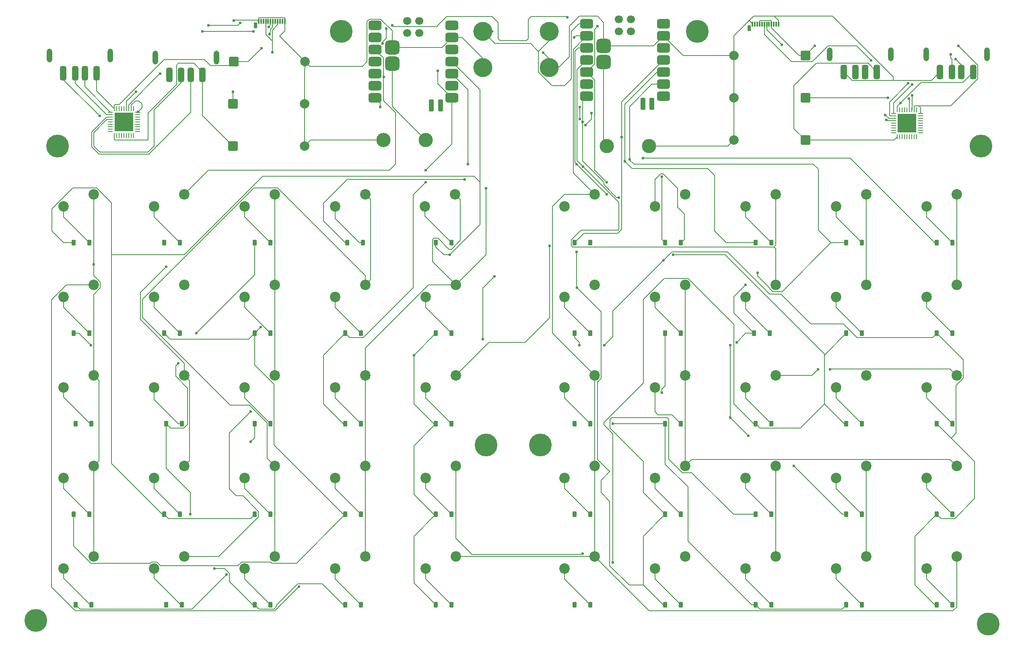
<source format=gbr>
%TF.GenerationSoftware,KiCad,Pcbnew,9.0.2*%
%TF.CreationDate,2025-10-08T19:34:12-05:00*%
%TF.ProjectId,keeb,6b656562-2e6b-4696-9361-645f70636258,rev?*%
%TF.SameCoordinates,Original*%
%TF.FileFunction,Copper,L1,Top*%
%TF.FilePolarity,Positive*%
%FSLAX46Y46*%
G04 Gerber Fmt 4.6, Leading zero omitted, Abs format (unit mm)*
G04 Created by KiCad (PCBNEW 9.0.2) date 2025-10-08 19:34:12*
%MOMM*%
%LPD*%
G01*
G04 APERTURE LIST*
G04 Aperture macros list*
%AMRoundRect*
0 Rectangle with rounded corners*
0 $1 Rounding radius*
0 $2 $3 $4 $5 $6 $7 $8 $9 X,Y pos of 4 corners*
0 Add a 4 corners polygon primitive as box body*
4,1,4,$2,$3,$4,$5,$6,$7,$8,$9,$2,$3,0*
0 Add four circle primitives for the rounded corners*
1,1,$1+$1,$2,$3*
1,1,$1+$1,$4,$5*
1,1,$1+$1,$6,$7*
1,1,$1+$1,$8,$9*
0 Add four rect primitives between the rounded corners*
20,1,$1+$1,$2,$3,$4,$5,0*
20,1,$1+$1,$4,$5,$6,$7,0*
20,1,$1+$1,$6,$7,$8,$9,0*
20,1,$1+$1,$8,$9,$2,$3,0*%
G04 Aperture macros list end*
%TA.AperFunction,SMDPad,CuDef*%
%ADD10R,1.066800X0.254000*%
%TD*%
%TA.AperFunction,SMDPad,CuDef*%
%ADD11R,0.254000X1.066800*%
%TD*%
%TA.AperFunction,SMDPad,CuDef*%
%ADD12R,3.860800X3.860800*%
%TD*%
%TA.AperFunction,ComponentPad*%
%ADD13C,2.200000*%
%TD*%
%TA.AperFunction,SMDPad,CuDef*%
%ADD14C,3.000000*%
%TD*%
%TA.AperFunction,SMDPad,CuDef*%
%ADD15C,4.000000*%
%TD*%
%TA.AperFunction,SMDPad,CuDef*%
%ADD16RoundRect,0.225000X-0.225000X-0.375000X0.225000X-0.375000X0.225000X0.375000X-0.225000X0.375000X0*%
%TD*%
%TA.AperFunction,ComponentPad*%
%ADD17C,4.800000*%
%TD*%
%TA.AperFunction,SMDPad,CuDef*%
%ADD18RoundRect,0.325000X0.325000X1.175000X-0.325000X1.175000X-0.325000X-1.175000X0.325000X-1.175000X0*%
%TD*%
%TA.AperFunction,HeatsinkPad*%
%ADD19O,1.200000X2.900000*%
%TD*%
%TA.AperFunction,ComponentPad*%
%ADD20RoundRect,0.250000X0.750000X0.750000X-0.750000X0.750000X-0.750000X-0.750000X0.750000X-0.750000X0*%
%TD*%
%TA.AperFunction,ComponentPad*%
%ADD21C,2.000000*%
%TD*%
%TA.AperFunction,ComponentPad*%
%ADD22RoundRect,0.250000X-0.750000X-0.750000X0.750000X-0.750000X0.750000X0.750000X-0.750000X0.750000X0*%
%TD*%
%TA.AperFunction,SMDPad,CuDef*%
%ADD23RoundRect,0.500000X-0.875000X-0.500000X0.875000X-0.500000X0.875000X0.500000X-0.875000X0.500000X0*%
%TD*%
%TA.AperFunction,ComponentPad*%
%ADD24RoundRect,0.750000X0.750000X0.750000X-0.750000X0.750000X-0.750000X-0.750000X0.750000X-0.750000X0*%
%TD*%
%TA.AperFunction,SMDPad,CuDef*%
%ADD25RoundRect,0.275000X-0.275000X0.975000X-0.275000X-0.975000X0.275000X-0.975000X0.275000X0.975000X0*%
%TD*%
%TA.AperFunction,SMDPad,CuDef*%
%ADD26C,1.700000*%
%TD*%
%TA.AperFunction,SMDPad,CuDef*%
%ADD27R,0.380000X1.000000*%
%TD*%
%TA.AperFunction,SMDPad,CuDef*%
%ADD28R,0.700000X1.150000*%
%TD*%
%TA.AperFunction,ViaPad*%
%ADD29C,0.600000*%
%TD*%
%TA.AperFunction,Conductor*%
%ADD30C,0.200000*%
%TD*%
G04 APERTURE END LIST*
D10*
%TO.P,U4,1,USBDM_DN1/PRT_DIS_M1*%
%TO.N,Net-(J2-D-)*%
X54305200Y-50038000D03*
%TO.P,U4,2,USBDP_DN1/PRT_DIS_P1*%
%TO.N,Net-(J2-D+)*%
X54305200Y-50546000D03*
%TO.P,U4,3,USBDM_DN2/PRT_DIS_M2*%
%TO.N,Net-(J4-D-)*%
X54305200Y-51054000D03*
%TO.P,U4,4,USBDP_DN2/PRT_DIS_P2*%
%TO.N,Net-(J4-D+)*%
X54305200Y-51562000D03*
%TO.P,U4,5,VDDA33*%
%TO.N,unconnected-(U4-VDDA33-Pad5)*%
X54305200Y-52070000D03*
%TO.P,U4,6,NC*%
%TO.N,unconnected-(U4-NC-Pad6)*%
X54305200Y-52578000D03*
%TO.P,U4,7,NC*%
%TO.N,unconnected-(U4-NC-Pad7)*%
X54305200Y-53086000D03*
%TO.P,U4,8,NC*%
%TO.N,unconnected-(U4-NC-Pad8)*%
X54305200Y-53594000D03*
%TO.P,U4,9,NC*%
%TO.N,unconnected-(U4-NC-Pad9)*%
X54305200Y-54102000D03*
D11*
%TO.P,U4,10,VDDA33*%
%TO.N,downVbus1*%
X55118000Y-54914800D03*
%TO.P,U4,11,TEST*%
%TO.N,unconnected-(U4-TEST-Pad11)*%
X55626000Y-54914800D03*
%TO.P,U4,12,PRTPWR1/BC_EN1*%
%TO.N,unconnected-(U4-PRTPWR1{slash}BC_EN1-Pad12)*%
X56134000Y-54914800D03*
%TO.P,U4,13,OCS_N1*%
%TO.N,unconnected-(U4-OCS_N1-Pad13)*%
X56642000Y-54914800D03*
%TO.P,U4,14,CRFILT*%
%TO.N,unconnected-(U4-CRFILT-Pad14)*%
X57150000Y-54914800D03*
%TO.P,U4,15,VDD33*%
%TO.N,unconnected-(U4-VDD33-Pad15)*%
X57658000Y-54914800D03*
%TO.P,U4,16,PRTPWR2/BC_EN2*%
%TO.N,unconnected-(U4-PRTPWR2{slash}BC_EN2-Pad16)*%
X58166000Y-54914800D03*
%TO.P,U4,17,OCS_N2*%
%TO.N,unconnected-(U4-OCS_N2-Pad17)*%
X58674000Y-54914800D03*
%TO.P,U4,18,NC*%
%TO.N,unconnected-(U4-NC-Pad18)*%
X59182000Y-54914800D03*
D10*
%TO.P,U4,19,NC*%
%TO.N,unconnected-(U4-NC-Pad19)*%
X59994800Y-54102000D03*
%TO.P,U4,20,NC*%
%TO.N,unconnected-(U4-NC-Pad20)*%
X59994800Y-53594000D03*
%TO.P,U4,21,NC*%
%TO.N,unconnected-(U4-NC-Pad21)*%
X59994800Y-53086000D03*
%TO.P,U4,22,SDA/SMBDATA/NON_REM1*%
%TO.N,unconnected-(U4-SDA{slash}SMBDATA{slash}NON_REM1-Pad22)*%
X59994800Y-52578000D03*
%TO.P,U4,23,VDD33*%
%TO.N,unconnected-(U4-VDD33-Pad23)*%
X59994800Y-52070000D03*
%TO.P,U4,24,SCL/SMBCLK/CFG_SEL0*%
%TO.N,unconnected-(U4-SCL{slash}SMBCLK{slash}CFG_SEL0-Pad24)*%
X59994800Y-51562000D03*
%TO.P,U4,25,HS_IND/CFG_SEL1*%
%TO.N,unconnected-(U4-HS_IND{slash}CFG_SEL1-Pad25)*%
X59994800Y-51054000D03*
%TO.P,U4,26,RESET_N*%
%TO.N,unconnected-(U4-RESET_N-Pad26)*%
X59994800Y-50546000D03*
%TO.P,U4,27,VBUS_DET*%
%TO.N,Net-(U4-VBUS_DET)*%
X59994800Y-50038000D03*
D11*
%TO.P,U4,28,SUSP_IND/LOCAL_PWR/NON_REM0*%
%TO.N,unconnected-(U4-SUSP_IND{slash}LOCAL_PWR{slash}NON_REM0-Pad28)*%
X59182000Y-49225200D03*
%TO.P,U4,29,VDDA33*%
%TO.N,Net-(U4-VBUS_DET)*%
X58674000Y-49225200D03*
%TO.P,U4,30,USBDM_UP*%
%TO.N,Net-(P2-D-)*%
X58166000Y-49225200D03*
%TO.P,U4,31,USBDP_UP*%
%TO.N,Net-(P2-D+)*%
X57658000Y-49225200D03*
%TO.P,U4,32,XTALOUT*%
%TO.N,unconnected-(U4-XTALOUT-Pad32)*%
X57150000Y-49225200D03*
%TO.P,U4,33,XTALIN/CLKIN*%
%TO.N,unconnected-(U4-XTALIN{slash}CLKIN-Pad33)*%
X56642000Y-49225200D03*
%TO.P,U4,34,PLLFILT*%
%TO.N,unconnected-(U4-PLLFILT-Pad34)*%
X56134000Y-49225200D03*
%TO.P,U4,35,RBIAS*%
%TO.N,unconnected-(U4-RBIAS-Pad35)*%
X55626000Y-49225200D03*
%TO.P,U4,36,VDDA33*%
%TO.N,downVbus0*%
X55118000Y-49225200D03*
D12*
%TO.P,U4,37,EPAD*%
%TO.N,GND*%
X57150000Y-52070000D03*
%TD*%
D13*
%TO.P,SW43,1,1*%
%TO.N,col4*%
X232410000Y-86360000D03*
%TO.P,SW43,2,2*%
%TO.N,Net-(D43-A)*%
X226060000Y-88900000D03*
%TD*%
%TO.P,SW17,1,1*%
%TO.N,col1*%
X175260000Y-124460000D03*
%TO.P,SW17,2,2*%
%TO.N,Net-(D17-A)*%
X168910000Y-127000000D03*
%TD*%
%TO.P,SW28,1,1*%
%TO.N,col3*%
X88900000Y-124460000D03*
%TO.P,SW28,2,2*%
%TO.N,Net-(D28-A)*%
X82550000Y-127000000D03*
%TD*%
%TO.P,SW33,1,1*%
%TO.N,col3*%
X213360000Y-86360000D03*
%TO.P,SW33,2,2*%
%TO.N,Net-(D33-A)*%
X207010000Y-88900000D03*
%TD*%
D14*
%TO.P,TP2,1,1*%
%TO.N,/right/vbat*%
X120650000Y-55880000D03*
%TD*%
D13*
%TO.P,SW46,1,1*%
%TO.N,col2*%
X127000000Y-105410000D03*
%TO.P,SW46,2,2*%
%TO.N,Net-(D46-A)*%
X120650000Y-107950000D03*
%TD*%
D15*
%TO.P,TP8,1,1*%
%TO.N,GND*%
X132715000Y-40640000D03*
%TD*%
D16*
%TO.P,D26,1,K*%
%TO.N,row3*%
X84710000Y-115570000D03*
%TO.P,D26,2,A*%
%TO.N,Net-(D26-A)*%
X88010000Y-115570000D03*
%TD*%
D13*
%TO.P,SW2,1,1*%
%TO.N,col0*%
X50800000Y-67310000D03*
%TO.P,SW2,2,2*%
%TO.N,Net-(D2-A)*%
X44450000Y-69850000D03*
%TD*%
D16*
%TO.P,D7,1,K*%
%TO.N,row2*%
X152020000Y-134620000D03*
%TO.P,D7,2,A*%
%TO.N,Net-(D7-A)*%
X155320000Y-134620000D03*
%TD*%
%TO.P,D19,1,K*%
%TO.N,row0*%
X171070000Y-153670000D03*
%TO.P,D19,2,A*%
%TO.N,Net-(D19-A)*%
X174370000Y-153670000D03*
%TD*%
D13*
%TO.P,SW36,1,1*%
%TO.N,col4*%
X107950000Y-105410000D03*
%TO.P,SW36,2,2*%
%TO.N,Net-(D36-A)*%
X101600000Y-107950000D03*
%TD*%
D16*
%TO.P,D27,1,K*%
%TO.N,row0*%
X190120000Y-134620000D03*
%TO.P,D27,2,A*%
%TO.N,Net-(D27-A)*%
X193420000Y-134620000D03*
%TD*%
D13*
%TO.P,SW13,1,1*%
%TO.N,col1*%
X175260000Y-86360000D03*
%TO.P,SW13,2,2*%
%TO.N,Net-(D13-A)*%
X168910000Y-88900000D03*
%TD*%
D16*
%TO.P,D22,1,K*%
%TO.N,row1*%
X84710000Y-77470000D03*
%TO.P,D22,2,A*%
%TO.N,Net-(D22-A)*%
X88010000Y-77470000D03*
%TD*%
%TO.P,D31,1,K*%
%TO.N,row2*%
X209170000Y-77470000D03*
%TO.P,D31,2,A*%
%TO.N,Net-(D31-A)*%
X212470000Y-77470000D03*
%TD*%
%TO.P,D18,1,K*%
%TO.N,row0*%
X65660000Y-134620000D03*
%TO.P,D18,2,A*%
%TO.N,Net-(D18-A)*%
X68960000Y-134620000D03*
%TD*%
D17*
%TO.P,H2,1*%
%TO.N,N/C*%
X102870000Y-33020000D03*
%TD*%
D16*
%TO.P,D46,1,K*%
%TO.N,row4*%
X122810000Y-115570000D03*
%TO.P,D46,2,A*%
%TO.N,Net-(D46-A)*%
X126110000Y-115570000D03*
%TD*%
D18*
%TO.P,J2,1,VBUS*%
%TO.N,downVbus0*%
X51400000Y-41800000D03*
%TO.P,J2,2,D-*%
%TO.N,Net-(J2-D-)*%
X48900000Y-41800000D03*
%TO.P,J2,3,D+*%
%TO.N,Net-(J2-D+)*%
X46900000Y-41800000D03*
%TO.P,J2,4,GND*%
%TO.N,GND*%
X44400000Y-41800000D03*
D19*
%TO.P,J2,5,Shield*%
%TO.N,unconnected-(J2-Shield-Pad5)*%
X54300000Y-38100000D03*
%TO.N,unconnected-(J2-Shield-Pad5)_1*%
X41500000Y-38100000D03*
%TD*%
D16*
%TO.P,D50,1,K*%
%TO.N,row4*%
X122810000Y-153670000D03*
%TO.P,D50,2,A*%
%TO.N,Net-(D50-A)*%
X126110000Y-153670000D03*
%TD*%
%TO.P,D34,1,K*%
%TO.N,row3*%
X103760000Y-96520000D03*
%TO.P,D34,2,A*%
%TO.N,Net-(D34-A)*%
X107060000Y-96520000D03*
%TD*%
D17*
%TO.P,H3,1*%
%TO.N,N/C*%
X237490000Y-57150000D03*
%TD*%
D20*
%TO.P,C3,1*%
%TO.N,downVbus0*%
X200540000Y-46990000D03*
D21*
%TO.P,C3,2*%
%TO.N,GND*%
X185540000Y-46990000D03*
%TD*%
D16*
%TO.P,D5,1,K*%
%TO.N,row1*%
X152020000Y-115570000D03*
%TO.P,D5,2,A*%
%TO.N,Net-(D5-A)*%
X155320000Y-115570000D03*
%TD*%
D15*
%TO.P,TP7,1,1*%
%TO.N,GND*%
X146685000Y-40640000D03*
%TD*%
D14*
%TO.P,TP3,1,1*%
%TO.N,GND*%
X167640000Y-57150000D03*
%TD*%
D16*
%TO.P,D10,1,K*%
%TO.N,row3*%
X46990000Y-153670000D03*
%TO.P,D10,2,A*%
%TO.N,Net-(D10-A)*%
X50290000Y-153670000D03*
%TD*%
D17*
%TO.P,H8,1*%
%TO.N,N/C*%
X38608000Y-156972000D03*
%TD*%
D16*
%TO.P,D9,1,K*%
%TO.N,row3*%
X152020000Y-153670000D03*
%TO.P,D9,2,A*%
%TO.N,Net-(D9-A)*%
X155320000Y-153670000D03*
%TD*%
%TO.P,D49,1,K*%
%TO.N,row4*%
X228220000Y-153670000D03*
%TO.P,D49,2,A*%
%TO.N,Net-(D49-A)*%
X231520000Y-153670000D03*
%TD*%
%TO.P,D41,1,K*%
%TO.N,row0*%
X228220000Y-77470000D03*
%TO.P,D41,2,A*%
%TO.N,Net-(D41-A)*%
X231520000Y-77470000D03*
%TD*%
%TO.P,D40,1,K*%
%TO.N,row1*%
X103760000Y-153670000D03*
%TO.P,D40,2,A*%
%TO.N,Net-(D40-A)*%
X107060000Y-153670000D03*
%TD*%
D13*
%TO.P,SW44,1,1*%
%TO.N,col4*%
X127000000Y-86360000D03*
%TO.P,SW44,2,2*%
%TO.N,Net-(D44-A)*%
X120650000Y-88900000D03*
%TD*%
D16*
%TO.P,D33,1,K*%
%TO.N,row3*%
X209170000Y-96520000D03*
%TO.P,D33,2,A*%
%TO.N,Net-(D33-A)*%
X212470000Y-96520000D03*
%TD*%
D13*
%TO.P,SW47,1,1*%
%TO.N,col1*%
X232410000Y-124460000D03*
%TO.P,SW47,2,2*%
%TO.N,Net-(D47-A)*%
X226060000Y-127000000D03*
%TD*%
D17*
%TO.P,H1,1*%
%TO.N,N/C*%
X177800000Y-33020000D03*
%TD*%
D13*
%TO.P,SW18,1,1*%
%TO.N,col1*%
X69850000Y-124460000D03*
%TO.P,SW18,2,2*%
%TO.N,Net-(D18-A)*%
X63500000Y-127000000D03*
%TD*%
%TO.P,SW32,1,1*%
%TO.N,col3*%
X107950000Y-67310000D03*
%TO.P,SW32,2,2*%
%TO.N,Net-(D32-A)*%
X101600000Y-69850000D03*
%TD*%
D16*
%TO.P,D11,1,K*%
%TO.N,row3*%
X171070000Y-77470000D03*
%TO.P,D11,2,A*%
%TO.N,Net-(D11-A)*%
X174370000Y-77470000D03*
%TD*%
%TO.P,D13,1,K*%
%TO.N,row2*%
X171070000Y-96520000D03*
%TO.P,D13,2,A*%
%TO.N,Net-(D13-A)*%
X174370000Y-96520000D03*
%TD*%
D22*
%TO.P,C2,1*%
%TO.N,Net-(U4-VBUS_DET)*%
X80130000Y-48260000D03*
D21*
%TO.P,C2,2*%
%TO.N,GND*%
X95130000Y-48260000D03*
%TD*%
D13*
%TO.P,SW5,1,1*%
%TO.N,col0*%
X156210000Y-105410000D03*
%TO.P,SW5,2,2*%
%TO.N,Net-(D5-A)*%
X149860000Y-107950000D03*
%TD*%
D16*
%TO.P,D37,1,K*%
%TO.N,row2*%
X209170000Y-134620000D03*
%TO.P,D37,2,A*%
%TO.N,Net-(D37-A)*%
X212470000Y-134620000D03*
%TD*%
%TO.P,D23,1,K*%
%TO.N,row2*%
X189740000Y-96520000D03*
%TO.P,D23,2,A*%
%TO.N,Net-(D23-A)*%
X193040000Y-96520000D03*
%TD*%
D13*
%TO.P,SW26,1,1*%
%TO.N,col2*%
X88900000Y-105410000D03*
%TO.P,SW26,2,2*%
%TO.N,Net-(D26-A)*%
X82550000Y-107950000D03*
%TD*%
D14*
%TO.P,TP4,1,1*%
%TO.N,GND*%
X111760000Y-55880000D03*
%TD*%
D16*
%TO.P,D25,1,K*%
%TO.N,row3*%
X190120000Y-115570000D03*
%TO.P,D25,2,A*%
%TO.N,Net-(D25-A)*%
X193420000Y-115570000D03*
%TD*%
D17*
%TO.P,H7,1*%
%TO.N,N/C*%
X144780000Y-120015000D03*
%TD*%
D13*
%TO.P,SW37,1,1*%
%TO.N,col4*%
X213360000Y-124460000D03*
%TO.P,SW37,2,2*%
%TO.N,Net-(D37-A)*%
X207010000Y-127000000D03*
%TD*%
D16*
%TO.P,D20,1,K*%
%TO.N,row0*%
X66040000Y-153670000D03*
%TO.P,D20,2,A*%
%TO.N,Net-(D20-A)*%
X69340000Y-153670000D03*
%TD*%
D23*
%TO.P,U1,1,P0.02_A0_D0*%
%TO.N,data0*%
X154505000Y-31428500D03*
%TO.P,U1,2,P0.03_A1_D1*%
%TO.N,col0*%
X154505000Y-33968500D03*
%TO.P,U1,3,P0.28_A2_D2*%
%TO.N,col1*%
X154505000Y-36508500D03*
%TO.P,U1,4,P0.29_A3_D3*%
%TO.N,col2*%
X154505000Y-39048500D03*
%TO.P,U1,5,P0.04_A4_D4_SDA*%
%TO.N,col3*%
X154505000Y-41588500D03*
%TO.P,U1,6,P0.05_A5_D5_SCL*%
%TO.N,col4*%
X154505000Y-44128500D03*
%TO.P,U1,7,P1.11_D6_TX*%
%TO.N,row4*%
X154505000Y-46668500D03*
%TO.P,U1,8,P1.12_D7_RX*%
%TO.N,row3*%
X170670000Y-46668500D03*
%TO.P,U1,9,P1.13_D8_SCK*%
%TO.N,row2*%
X170670000Y-44128500D03*
%TO.P,U1,10,P1.14_D9_MISO*%
%TO.N,row1*%
X170670000Y-41588500D03*
%TO.P,U1,11,P1.15_D10_MOSI*%
%TO.N,row0*%
X170670000Y-39048500D03*
%TO.P,U1,12,3V3*%
%TO.N,unconnected-(U1-3V3-Pad12)*%
X170670000Y-36508500D03*
%TO.P,U1,13,GND*%
%TO.N,GND*%
X170670000Y-33968500D03*
%TO.P,U1,14,5V*%
%TO.N,unconnected-(U1-5V-Pad14)*%
X170670000Y-31428500D03*
D24*
%TO.P,U1,15,BAT*%
%TO.N,/left/vbat*%
X158115000Y-39448500D03*
%TO.P,U1,16,GND*%
%TO.N,GND*%
X158115000Y-36048500D03*
D25*
%TO.P,U1,17,NFC1*%
%TO.N,unconnected-(U1-NFC1-Pad17)*%
X166370000Y-48285400D03*
%TO.P,U1,18,NFC2*%
%TO.N,unconnected-(U1-NFC2-Pad18)*%
X168275000Y-48285400D03*
D26*
%TO.P,U1,19,PA31_SWDIO*%
%TO.N,unconnected-(U1-PA31_SWDIO-Pad19)*%
X161290000Y-30480000D03*
%TO.P,U1,20,PA30_SWCLK*%
%TO.N,unconnected-(U1-PA30_SWCLK-Pad20)*%
X163830000Y-30480000D03*
%TO.P,U1,21,RESET*%
%TO.N,unconnected-(U1-RESET-Pad21)*%
X161290000Y-33020000D03*
%TO.P,U1,22,GND*%
%TO.N,unconnected-(U1-GND-Pad22)*%
X163830000Y-33020000D03*
%TD*%
D16*
%TO.P,D36,1,K*%
%TO.N,row3*%
X103760000Y-115570000D03*
%TO.P,D36,2,A*%
%TO.N,Net-(D36-A)*%
X107060000Y-115570000D03*
%TD*%
D13*
%TO.P,SW50,1,1*%
%TO.N,col0*%
X127000000Y-143510000D03*
%TO.P,SW50,2,2*%
%TO.N,Net-(D50-A)*%
X120650000Y-146050000D03*
%TD*%
D17*
%TO.P,H5,1*%
%TO.N,N/C*%
X239014000Y-157734000D03*
%TD*%
D16*
%TO.P,D4,1,K*%
%TO.N,row4*%
X46610000Y-96520000D03*
%TO.P,D4,2,A*%
%TO.N,Net-(D4-A)*%
X49910000Y-96520000D03*
%TD*%
D13*
%TO.P,SW20,1,1*%
%TO.N,col2*%
X69850000Y-143510000D03*
%TO.P,SW20,2,2*%
%TO.N,Net-(D20-A)*%
X63500000Y-146050000D03*
%TD*%
%TO.P,SW3,1,1*%
%TO.N,col3*%
X156210000Y-86360000D03*
%TO.P,SW3,2,2*%
%TO.N,Net-(D3-A)*%
X149860000Y-88900000D03*
%TD*%
D15*
%TO.P,TP5,1,1*%
%TO.N,data0*%
X146685000Y-33020000D03*
%TD*%
D20*
%TO.P,C5,1*%
%TO.N,downVbus1*%
X200540000Y-55880000D03*
D21*
%TO.P,C5,2*%
%TO.N,GND*%
X185540000Y-55880000D03*
%TD*%
D16*
%TO.P,D48,1,K*%
%TO.N,row4*%
X122810000Y-134620000D03*
%TO.P,D48,2,A*%
%TO.N,Net-(D48-A)*%
X126110000Y-134620000D03*
%TD*%
%TO.P,D16,1,K*%
%TO.N,row1*%
X66040000Y-115570000D03*
%TO.P,D16,2,A*%
%TO.N,Net-(D16-A)*%
X69340000Y-115570000D03*
%TD*%
D13*
%TO.P,SW31,1,1*%
%TO.N,col3*%
X213360000Y-67310000D03*
%TO.P,SW31,2,2*%
%TO.N,Net-(D31-A)*%
X207010000Y-69850000D03*
%TD*%
%TO.P,SW11,1,1*%
%TO.N,col1*%
X175260000Y-67310000D03*
%TO.P,SW11,2,2*%
%TO.N,Net-(D11-A)*%
X168910000Y-69850000D03*
%TD*%
D10*
%TO.P,U3,1,USBDM_DN1/PRT_DIS_M1*%
%TO.N,Net-(J1-D-)*%
X219100400Y-50292000D03*
%TO.P,U3,2,USBDP_DN1/PRT_DIS_P1*%
%TO.N,Net-(J1-D+)*%
X219100400Y-50800000D03*
%TO.P,U3,3,USBDM_DN2/PRT_DIS_M2*%
%TO.N,Net-(J3-D-)*%
X219100400Y-51308000D03*
%TO.P,U3,4,USBDP_DN2/PRT_DIS_P2*%
%TO.N,Net-(J3-D+)*%
X219100400Y-51816000D03*
%TO.P,U3,5,VDDA33*%
%TO.N,unconnected-(U3-VDDA33-Pad5)*%
X219100400Y-52324000D03*
%TO.P,U3,6,NC*%
%TO.N,unconnected-(U3-NC-Pad6)*%
X219100400Y-52832000D03*
%TO.P,U3,7,NC*%
%TO.N,unconnected-(U3-NC-Pad7)*%
X219100400Y-53340000D03*
%TO.P,U3,8,NC*%
%TO.N,unconnected-(U3-NC-Pad8)*%
X219100400Y-53848000D03*
%TO.P,U3,9,NC*%
%TO.N,unconnected-(U3-NC-Pad9)*%
X219100400Y-54356000D03*
D11*
%TO.P,U3,10,VDDA33*%
%TO.N,downVbus1*%
X219913200Y-55168800D03*
%TO.P,U3,11,TEST*%
%TO.N,unconnected-(U3-TEST-Pad11)*%
X220421200Y-55168800D03*
%TO.P,U3,12,PRTPWR1/BC_EN1*%
%TO.N,unconnected-(U3-PRTPWR1{slash}BC_EN1-Pad12)*%
X220929200Y-55168800D03*
%TO.P,U3,13,OCS_N1*%
%TO.N,unconnected-(U3-OCS_N1-Pad13)*%
X221437200Y-55168800D03*
%TO.P,U3,14,CRFILT*%
%TO.N,unconnected-(U3-CRFILT-Pad14)*%
X221945200Y-55168800D03*
%TO.P,U3,15,VDD33*%
%TO.N,unconnected-(U3-VDD33-Pad15)*%
X222453200Y-55168800D03*
%TO.P,U3,16,PRTPWR2/BC_EN2*%
%TO.N,unconnected-(U3-PRTPWR2{slash}BC_EN2-Pad16)*%
X222961200Y-55168800D03*
%TO.P,U3,17,OCS_N2*%
%TO.N,unconnected-(U3-OCS_N2-Pad17)*%
X223469200Y-55168800D03*
%TO.P,U3,18,NC*%
%TO.N,unconnected-(U3-NC-Pad18)*%
X223977200Y-55168800D03*
D10*
%TO.P,U3,19,NC*%
%TO.N,unconnected-(U3-NC-Pad19)*%
X224790000Y-54356000D03*
%TO.P,U3,20,NC*%
%TO.N,unconnected-(U3-NC-Pad20)*%
X224790000Y-53848000D03*
%TO.P,U3,21,NC*%
%TO.N,unconnected-(U3-NC-Pad21)*%
X224790000Y-53340000D03*
%TO.P,U3,22,SDA/SMBDATA/NON_REM1*%
%TO.N,unconnected-(U3-SDA{slash}SMBDATA{slash}NON_REM1-Pad22)*%
X224790000Y-52832000D03*
%TO.P,U3,23,VDD33*%
%TO.N,unconnected-(U3-VDD33-Pad23)*%
X224790000Y-52324000D03*
%TO.P,U3,24,SCL/SMBCLK/CFG_SEL0*%
%TO.N,unconnected-(U3-SCL{slash}SMBCLK{slash}CFG_SEL0-Pad24)*%
X224790000Y-51816000D03*
%TO.P,U3,25,HS_IND/CFG_SEL1*%
%TO.N,unconnected-(U3-HS_IND{slash}CFG_SEL1-Pad25)*%
X224790000Y-51308000D03*
%TO.P,U3,26,RESET_N*%
%TO.N,unconnected-(U3-RESET_N-Pad26)*%
X224790000Y-50800000D03*
%TO.P,U3,27,VBUS_DET*%
%TO.N,Net-(U3-VBUS_DET)*%
X224790000Y-50292000D03*
D11*
%TO.P,U3,28,SUSP_IND/LOCAL_PWR/NON_REM0*%
%TO.N,unconnected-(U3-SUSP_IND{slash}LOCAL_PWR{slash}NON_REM0-Pad28)*%
X223977200Y-49479200D03*
%TO.P,U3,29,VDDA33*%
%TO.N,Net-(U3-VBUS_DET)*%
X223469200Y-49479200D03*
%TO.P,U3,30,USBDM_UP*%
%TO.N,Net-(P1-D-)*%
X222961200Y-49479200D03*
%TO.P,U3,31,USBDP_UP*%
%TO.N,Net-(P1-D+)*%
X222453200Y-49479200D03*
%TO.P,U3,32,XTALOUT*%
%TO.N,unconnected-(U3-XTALOUT-Pad32)*%
X221945200Y-49479200D03*
%TO.P,U3,33,XTALIN/CLKIN*%
%TO.N,unconnected-(U3-XTALIN{slash}CLKIN-Pad33)*%
X221437200Y-49479200D03*
%TO.P,U3,34,PLLFILT*%
%TO.N,unconnected-(U3-PLLFILT-Pad34)*%
X220929200Y-49479200D03*
%TO.P,U3,35,RBIAS*%
%TO.N,unconnected-(U3-RBIAS-Pad35)*%
X220421200Y-49479200D03*
%TO.P,U3,36,VDDA33*%
%TO.N,downVbus0*%
X219913200Y-49479200D03*
D12*
%TO.P,U3,37,EPAD*%
%TO.N,GND*%
X221945200Y-52324000D03*
%TD*%
D13*
%TO.P,SW38,1,1*%
%TO.N,col4*%
X107950000Y-124460000D03*
%TO.P,SW38,2,2*%
%TO.N,Net-(D38-A)*%
X101600000Y-127000000D03*
%TD*%
D16*
%TO.P,D32,1,K*%
%TO.N,row2*%
X104140000Y-77470000D03*
%TO.P,D32,2,A*%
%TO.N,Net-(D32-A)*%
X107440000Y-77470000D03*
%TD*%
D20*
%TO.P,C1,1*%
%TO.N,Net-(U3-VBUS_DET)*%
X200540000Y-38100000D03*
D21*
%TO.P,C1,2*%
%TO.N,GND*%
X185540000Y-38100000D03*
%TD*%
D16*
%TO.P,D39,1,K*%
%TO.N,row1*%
X209170000Y-153670000D03*
%TO.P,D39,2,A*%
%TO.N,Net-(D39-A)*%
X212470000Y-153670000D03*
%TD*%
%TO.P,D17,1,K*%
%TO.N,row0*%
X171070000Y-134620000D03*
%TO.P,D17,2,A*%
%TO.N,Net-(D17-A)*%
X174370000Y-134620000D03*
%TD*%
D13*
%TO.P,SW35,1,1*%
%TO.N,col4*%
X213360000Y-105410000D03*
%TO.P,SW35,2,2*%
%TO.N,Net-(D35-A)*%
X207010000Y-107950000D03*
%TD*%
D23*
%TO.P,U2,1,P0.02_A0_D0*%
%TO.N,data0*%
X110000000Y-31750000D03*
%TO.P,U2,2,P0.03_A1_D1*%
%TO.N,col0*%
X110000000Y-34290000D03*
%TO.P,U2,3,P0.28_A2_D2*%
%TO.N,col1*%
X110000000Y-36830000D03*
%TO.P,U2,4,P0.29_A3_D3*%
%TO.N,col2*%
X110000000Y-39370000D03*
%TO.P,U2,5,P0.04_A4_D4_SDA*%
%TO.N,col3*%
X110000000Y-41910000D03*
%TO.P,U2,6,P0.05_A5_D5_SCL*%
%TO.N,col4*%
X110000000Y-44450000D03*
%TO.P,U2,7,P1.11_D6_TX*%
%TO.N,row4*%
X110000000Y-46990000D03*
%TO.P,U2,8,P1.12_D7_RX*%
%TO.N,row3*%
X126165000Y-46990000D03*
%TO.P,U2,9,P1.13_D8_SCK*%
%TO.N,row2*%
X126165000Y-44450000D03*
%TO.P,U2,10,P1.14_D9_MISO*%
%TO.N,row1*%
X126165000Y-41910000D03*
%TO.P,U2,11,P1.15_D10_MOSI*%
%TO.N,row0*%
X126165000Y-39370000D03*
%TO.P,U2,12,3V3*%
%TO.N,unconnected-(U2-3V3-Pad12)*%
X126165000Y-36830000D03*
%TO.P,U2,13,GND*%
%TO.N,GND*%
X126165000Y-34290000D03*
%TO.P,U2,14,5V*%
%TO.N,unconnected-(U2-5V-Pad14)*%
X126165000Y-31750000D03*
D24*
%TO.P,U2,15,BAT*%
%TO.N,/right/vbat*%
X113610000Y-39770000D03*
%TO.P,U2,16,GND*%
%TO.N,GND*%
X113610000Y-36370000D03*
D25*
%TO.P,U2,17,NFC1*%
%TO.N,unconnected-(U2-NFC1-Pad17)*%
X121865000Y-48606900D03*
%TO.P,U2,18,NFC2*%
%TO.N,unconnected-(U2-NFC2-Pad18)*%
X123770000Y-48606900D03*
D26*
%TO.P,U2,19,PA31_SWDIO*%
%TO.N,unconnected-(U2-PA31_SWDIO-Pad19)*%
X116785000Y-30801500D03*
%TO.P,U2,20,PA30_SWCLK*%
%TO.N,unconnected-(U2-PA30_SWCLK-Pad20)*%
X119325000Y-30801500D03*
%TO.P,U2,21,RESET*%
%TO.N,unconnected-(U2-RESET-Pad21)*%
X116785000Y-33341500D03*
%TO.P,U2,22,GND*%
%TO.N,unconnected-(U2-GND-Pad22)*%
X119325000Y-33341500D03*
%TD*%
D16*
%TO.P,D6,1,K*%
%TO.N,row1*%
X46990000Y-115570000D03*
%TO.P,D6,2,A*%
%TO.N,Net-(D6-A)*%
X50290000Y-115570000D03*
%TD*%
%TO.P,D2,1,K*%
%TO.N,row0*%
X46610000Y-77470000D03*
%TO.P,D2,2,A*%
%TO.N,Net-(D2-A)*%
X49910000Y-77470000D03*
%TD*%
D13*
%TO.P,SW10,1,1*%
%TO.N,col0*%
X50800000Y-143510000D03*
%TO.P,SW10,2,2*%
%TO.N,Net-(D10-A)*%
X44450000Y-146050000D03*
%TD*%
%TO.P,SW4,1,1*%
%TO.N,col3*%
X50800000Y-86360000D03*
%TO.P,SW4,2,2*%
%TO.N,Net-(D4-A)*%
X44450000Y-88900000D03*
%TD*%
%TO.P,SW48,1,1*%
%TO.N,col1*%
X127000000Y-124460000D03*
%TO.P,SW48,2,2*%
%TO.N,Net-(D48-A)*%
X120650000Y-127000000D03*
%TD*%
D17*
%TO.P,H6,1*%
%TO.N,N/C*%
X133350000Y-120015000D03*
%TD*%
D13*
%TO.P,SW9,1,1*%
%TO.N,col0*%
X156210000Y-143510000D03*
%TO.P,SW9,2,2*%
%TO.N,Net-(D9-A)*%
X149860000Y-146050000D03*
%TD*%
%TO.P,SW29,1,1*%
%TO.N,col3*%
X194310000Y-143510000D03*
%TO.P,SW29,2,2*%
%TO.N,Net-(D29-A)*%
X187960000Y-146050000D03*
%TD*%
D22*
%TO.P,C4,1*%
%TO.N,downVbus0*%
X80250000Y-39370000D03*
D21*
%TO.P,C4,2*%
%TO.N,GND*%
X95250000Y-39370000D03*
%TD*%
D16*
%TO.P,D45,1,K*%
%TO.N,row4*%
X228220000Y-115570000D03*
%TO.P,D45,2,A*%
%TO.N,Net-(D45-A)*%
X231520000Y-115570000D03*
%TD*%
D13*
%TO.P,SW27,1,1*%
%TO.N,col3*%
X194310000Y-124460000D03*
%TO.P,SW27,2,2*%
%TO.N,Net-(D27-A)*%
X187960000Y-127000000D03*
%TD*%
D27*
%TO.P,P2,A1,GND*%
%TO.N,GND*%
X85506000Y-30910000D03*
%TO.P,P2,A2*%
%TO.N,N/C*%
X86006000Y-30910000D03*
%TO.P,P2,A3*%
X86506000Y-30910000D03*
%TO.P,P2,A4,VBUS*%
%TO.N,Net-(U4-VBUS_DET)*%
X87006000Y-30910000D03*
%TO.P,P2,A5,CC*%
%TO.N,unconnected-(P2-CC-PadA5)*%
X87506000Y-30910000D03*
%TO.P,P2,A6,D+*%
%TO.N,Net-(P2-D+)*%
X88006000Y-30910000D03*
%TO.P,P2,A7,D-*%
%TO.N,Net-(P2-D-)*%
X88506000Y-30910000D03*
%TO.P,P2,A8*%
%TO.N,N/C*%
X89006000Y-30910000D03*
%TO.P,P2,A9,VBUS*%
%TO.N,Net-(U4-VBUS_DET)*%
X89506000Y-30910000D03*
%TO.P,P2,A10*%
%TO.N,N/C*%
X90006000Y-30910000D03*
%TO.P,P2,A11*%
X90506000Y-30910000D03*
%TO.P,P2,A12,GND*%
%TO.N,GND*%
X91006000Y-30910000D03*
D28*
%TO.P,P2,S1,SHIELD*%
%TO.N,unconnected-(P2-SHIELD-PadS1)_1*%
X84836000Y-31750000D03*
%TD*%
D13*
%TO.P,SW8,1,1*%
%TO.N,col0*%
X50800000Y-124460000D03*
%TO.P,SW8,2,2*%
%TO.N,Net-(D8-A)*%
X44450000Y-127000000D03*
%TD*%
%TO.P,SW39,1,1*%
%TO.N,col4*%
X213360000Y-143510000D03*
%TO.P,SW39,2,2*%
%TO.N,Net-(D39-A)*%
X207010000Y-146050000D03*
%TD*%
%TO.P,SW24,1,1*%
%TO.N,col2*%
X88900000Y-86360000D03*
%TO.P,SW24,2,2*%
%TO.N,Net-(D24-A)*%
X82550000Y-88900000D03*
%TD*%
D16*
%TO.P,D24,1,K*%
%TO.N,row2*%
X84710000Y-96520000D03*
%TO.P,D24,2,A*%
%TO.N,Net-(D24-A)*%
X88010000Y-96520000D03*
%TD*%
%TO.P,D28,1,K*%
%TO.N,row0*%
X84710000Y-134620000D03*
%TO.P,D28,2,A*%
%TO.N,Net-(D28-A)*%
X88010000Y-134620000D03*
%TD*%
D18*
%TO.P,J3,1,VBUS*%
%TO.N,downVbus1*%
X215590000Y-41540000D03*
%TO.P,J3,2,D-*%
%TO.N,Net-(J3-D-)*%
X213090000Y-41540000D03*
%TO.P,J3,3,D+*%
%TO.N,Net-(J3-D+)*%
X211090000Y-41540000D03*
%TO.P,J3,4,GND*%
%TO.N,GND*%
X208590000Y-41540000D03*
D19*
%TO.P,J3,5,Shield*%
%TO.N,unconnected-(J3-Shield-Pad5)*%
X218490000Y-37840000D03*
%TO.N,unconnected-(J3-Shield-Pad5)_1*%
X205690000Y-37840000D03*
%TD*%
D16*
%TO.P,D44,1,K*%
%TO.N,row4*%
X122810000Y-96520000D03*
%TO.P,D44,2,A*%
%TO.N,Net-(D44-A)*%
X126110000Y-96520000D03*
%TD*%
D13*
%TO.P,SW30,1,1*%
%TO.N,col3*%
X88900000Y-143510000D03*
%TO.P,SW30,2,2*%
%TO.N,Net-(D30-A)*%
X82550000Y-146050000D03*
%TD*%
%TO.P,SW34,1,1*%
%TO.N,col3*%
X107950000Y-86360000D03*
%TO.P,SW34,2,2*%
%TO.N,Net-(D34-A)*%
X101600000Y-88900000D03*
%TD*%
D16*
%TO.P,D43,1,K*%
%TO.N,row4*%
X228220000Y-96520000D03*
%TO.P,D43,2,A*%
%TO.N,Net-(D43-A)*%
X231520000Y-96520000D03*
%TD*%
D13*
%TO.P,SW49,1,1*%
%TO.N,col0*%
X232410000Y-143510000D03*
%TO.P,SW49,2,2*%
%TO.N,Net-(D49-A)*%
X226060000Y-146050000D03*
%TD*%
%TO.P,SW40,1,1*%
%TO.N,col4*%
X107950000Y-143510000D03*
%TO.P,SW40,2,2*%
%TO.N,Net-(D40-A)*%
X101600000Y-146050000D03*
%TD*%
D16*
%TO.P,D21,1,K*%
%TO.N,row1*%
X190120000Y-77470000D03*
%TO.P,D21,2,A*%
%TO.N,Net-(D21-A)*%
X193420000Y-77470000D03*
%TD*%
D13*
%TO.P,SW21,1,1*%
%TO.N,col2*%
X194310000Y-67310000D03*
%TO.P,SW21,2,2*%
%TO.N,Net-(D21-A)*%
X187960000Y-69850000D03*
%TD*%
D17*
%TO.P,H4,1*%
%TO.N,N/C*%
X43180000Y-57150000D03*
%TD*%
D16*
%TO.P,D38,1,K*%
%TO.N,row2*%
X103760000Y-134620000D03*
%TO.P,D38,2,A*%
%TO.N,Net-(D38-A)*%
X107060000Y-134620000D03*
%TD*%
%TO.P,D12,1,K*%
%TO.N,row3*%
X65660000Y-77470000D03*
%TO.P,D12,2,A*%
%TO.N,Net-(D12-A)*%
X68960000Y-77470000D03*
%TD*%
D13*
%TO.P,SW19,1,1*%
%TO.N,col2*%
X175260000Y-143510000D03*
%TO.P,SW19,2,2*%
%TO.N,Net-(D19-A)*%
X168910000Y-146050000D03*
%TD*%
D16*
%TO.P,D30,1,K*%
%TO.N,row1*%
X84710000Y-153670000D03*
%TO.P,D30,2,A*%
%TO.N,Net-(D30-A)*%
X88010000Y-153670000D03*
%TD*%
D18*
%TO.P,J1,1,VBUS*%
%TO.N,downVbus0*%
X235860000Y-41540000D03*
%TO.P,J1,2,D-*%
%TO.N,Net-(J1-D-)*%
X233360000Y-41540000D03*
%TO.P,J1,3,D+*%
%TO.N,Net-(J1-D+)*%
X231360000Y-41540000D03*
%TO.P,J1,4,GND*%
%TO.N,GND*%
X228860000Y-41540000D03*
D19*
%TO.P,J1,5,Shield*%
%TO.N,unconnected-(J1-Shield-Pad5)_1*%
X238760000Y-37840000D03*
%TO.N,unconnected-(J1-Shield-Pad5)*%
X225960000Y-37840000D03*
%TD*%
D16*
%TO.P,D29,1,K*%
%TO.N,row1*%
X190120000Y-153670000D03*
%TO.P,D29,2,A*%
%TO.N,Net-(D29-A)*%
X193420000Y-153670000D03*
%TD*%
D13*
%TO.P,SW41,1,1*%
%TO.N,col4*%
X232410000Y-67310000D03*
%TO.P,SW41,2,2*%
%TO.N,Net-(D41-A)*%
X226060000Y-69850000D03*
%TD*%
%TO.P,SW42,1,1*%
%TO.N,col4*%
X126850000Y-67310000D03*
%TO.P,SW42,2,2*%
%TO.N,Net-(D42-A)*%
X120500000Y-69850000D03*
%TD*%
%TO.P,SW7,1,1*%
%TO.N,col0*%
X156210000Y-124460000D03*
%TO.P,SW7,2,2*%
%TO.N,Net-(D7-A)*%
X149860000Y-127000000D03*
%TD*%
%TO.P,SW22,1,1*%
%TO.N,col2*%
X88900000Y-67310000D03*
%TO.P,SW22,2,2*%
%TO.N,Net-(D22-A)*%
X82550000Y-69850000D03*
%TD*%
D22*
%TO.P,C6,1*%
%TO.N,downVbus1*%
X80130000Y-57150000D03*
D21*
%TO.P,C6,2*%
%TO.N,GND*%
X95130000Y-57150000D03*
%TD*%
D16*
%TO.P,D15,1,K*%
%TO.N,row1*%
X171070000Y-115570000D03*
%TO.P,D15,2,A*%
%TO.N,Net-(D15-A)*%
X174370000Y-115570000D03*
%TD*%
%TO.P,D1,1,K*%
%TO.N,row0*%
X152020000Y-77470000D03*
%TO.P,D1,2,A*%
%TO.N,Net-(D1-A)*%
X155320000Y-77470000D03*
%TD*%
D13*
%TO.P,SW12,1,1*%
%TO.N,col1*%
X69850000Y-67310000D03*
%TO.P,SW12,2,2*%
%TO.N,Net-(D12-A)*%
X63500000Y-69850000D03*
%TD*%
D16*
%TO.P,D47,1,K*%
%TO.N,row4*%
X228220000Y-134620000D03*
%TO.P,D47,2,A*%
%TO.N,Net-(D47-A)*%
X231520000Y-134620000D03*
%TD*%
D18*
%TO.P,J4,1,VBUS*%
%TO.N,downVbus1*%
X73700000Y-42175000D03*
%TO.P,J4,2,D-*%
%TO.N,Net-(J4-D-)*%
X71200000Y-42175000D03*
%TO.P,J4,3,D+*%
%TO.N,Net-(J4-D+)*%
X69200000Y-42175000D03*
%TO.P,J4,4,GND*%
%TO.N,GND*%
X66700000Y-42175000D03*
D19*
%TO.P,J4,5,Shield*%
%TO.N,unconnected-(J4-Shield-Pad5)_1*%
X76600000Y-38475000D03*
%TO.N,unconnected-(J4-Shield-Pad5)*%
X63800000Y-38475000D03*
%TD*%
D13*
%TO.P,SW14,1,1*%
%TO.N,col1*%
X69850000Y-86360000D03*
%TO.P,SW14,2,2*%
%TO.N,Net-(D14-A)*%
X63500000Y-88900000D03*
%TD*%
D27*
%TO.P,P1,A1,GND*%
%TO.N,GND*%
X189410000Y-31496000D03*
%TO.P,P1,A2*%
%TO.N,N/C*%
X189910000Y-31496000D03*
%TO.P,P1,A3*%
X190410000Y-31496000D03*
%TO.P,P1,A4,VBUS*%
%TO.N,Net-(U3-VBUS_DET)*%
X190910000Y-31496000D03*
%TO.P,P1,A5,CC*%
%TO.N,unconnected-(P1-CC-PadA5)*%
X191410000Y-31496000D03*
%TO.P,P1,A6,D+*%
%TO.N,Net-(P1-D+)*%
X191910000Y-31496000D03*
%TO.P,P1,A7,D-*%
%TO.N,Net-(P1-D-)*%
X192410000Y-31496000D03*
%TO.P,P1,A8*%
%TO.N,N/C*%
X192910000Y-31496000D03*
%TO.P,P1,A9,VBUS*%
%TO.N,Net-(U3-VBUS_DET)*%
X193410000Y-31496000D03*
%TO.P,P1,A10*%
%TO.N,N/C*%
X193910000Y-31496000D03*
%TO.P,P1,A11*%
X194410000Y-31496000D03*
%TO.P,P1,A12,GND*%
%TO.N,GND*%
X194910000Y-31496000D03*
D28*
%TO.P,P1,S1,SHIELD*%
%TO.N,unconnected-(P1-SHIELD-PadS1)*%
X188740000Y-32336000D03*
%TD*%
D15*
%TO.P,TP6,1,1*%
%TO.N,data0*%
X132715000Y-33020000D03*
%TD*%
D14*
%TO.P,TP1,1,1*%
%TO.N,/left/vbat*%
X158750000Y-57150000D03*
%TD*%
D13*
%TO.P,SW23,1,1*%
%TO.N,col2*%
X194310000Y-86360000D03*
%TO.P,SW23,2,2*%
%TO.N,Net-(D23-A)*%
X187960000Y-88900000D03*
%TD*%
%TO.P,SW16,1,1*%
%TO.N,col1*%
X69850000Y-105410000D03*
%TO.P,SW16,2,2*%
%TO.N,Net-(D16-A)*%
X63500000Y-107950000D03*
%TD*%
D16*
%TO.P,D8,1,K*%
%TO.N,row2*%
X46610000Y-134620000D03*
%TO.P,D8,2,A*%
%TO.N,Net-(D8-A)*%
X49910000Y-134620000D03*
%TD*%
D13*
%TO.P,SW6,1,1*%
%TO.N,col0*%
X50800000Y-105410000D03*
%TO.P,SW6,2,2*%
%TO.N,Net-(D6-A)*%
X44450000Y-107950000D03*
%TD*%
%TO.P,SW15,1,1*%
%TO.N,col1*%
X175260000Y-105410000D03*
%TO.P,SW15,2,2*%
%TO.N,Net-(D15-A)*%
X168910000Y-107950000D03*
%TD*%
D16*
%TO.P,D35,1,K*%
%TO.N,row3*%
X209170000Y-115570000D03*
%TO.P,D35,2,A*%
%TO.N,Net-(D35-A)*%
X212470000Y-115570000D03*
%TD*%
%TO.P,D3,1,K*%
%TO.N,row4*%
X152020000Y-96520000D03*
%TO.P,D3,2,A*%
%TO.N,Net-(D3-A)*%
X155320000Y-96520000D03*
%TD*%
D13*
%TO.P,SW1,1,1*%
%TO.N,col0*%
X156210000Y-67310000D03*
%TO.P,SW1,2,2*%
%TO.N,Net-(D1-A)*%
X149860000Y-69850000D03*
%TD*%
D16*
%TO.P,D42,1,K*%
%TO.N,row0*%
X122810000Y-77470000D03*
%TO.P,D42,2,A*%
%TO.N,Net-(D42-A)*%
X126110000Y-77470000D03*
%TD*%
%TO.P,D14,1,K*%
%TO.N,row2*%
X65660000Y-96520000D03*
%TO.P,D14,2,A*%
%TO.N,Net-(D14-A)*%
X68960000Y-96520000D03*
%TD*%
D13*
%TO.P,SW45,1,1*%
%TO.N,col2*%
X232410000Y-105410000D03*
%TO.P,SW45,2,2*%
%TO.N,Net-(D45-A)*%
X226060000Y-107950000D03*
%TD*%
%TO.P,SW25,1,1*%
%TO.N,col2*%
X194310000Y-105410000D03*
%TO.P,SW25,2,2*%
%TO.N,Net-(D25-A)*%
X187960000Y-107950000D03*
%TD*%
D29*
%TO.N,col0*%
X50800000Y-82042000D03*
%TO.N,GND*%
X66700000Y-42175000D03*
X145415000Y-37465000D03*
X132715000Y-40640000D03*
X221945200Y-52324000D03*
X80264000Y-30734000D03*
X57150000Y-52070000D03*
X52070000Y-50800000D03*
X228860000Y-41540000D03*
%TO.N,Net-(U3-VBUS_DET)*%
X202551000Y-36089000D03*
X232794849Y-36089551D03*
%TO.N,Net-(U4-VBUS_DET)*%
X60149529Y-49919000D03*
X80130000Y-45720000D03*
X88400000Y-37450000D03*
%TO.N,downVbus0*%
X86092500Y-36562500D03*
X217932000Y-46990000D03*
X220552000Y-48086000D03*
%TO.N,Net-(D1-A)*%
X155320000Y-77470000D03*
%TO.N,row0*%
X65660000Y-134620000D03*
X152400000Y-79375000D03*
X66040000Y-153670000D03*
X125730000Y-80010000D03*
X161870000Y-55245000D03*
X166370000Y-59690000D03*
X152020000Y-77470000D03*
X152474908Y-86920092D03*
%TO.N,row4*%
X153035000Y-99060000D03*
X122810000Y-96520000D03*
X111125000Y-48895000D03*
X152020000Y-96520000D03*
X50200000Y-99060000D03*
X170707528Y-81172528D03*
X161270000Y-67945000D03*
X158211000Y-99060000D03*
X153704000Y-52070000D03*
X118179000Y-101151000D03*
%TO.N,row1*%
X76200000Y-146069686D03*
X68580000Y-102870000D03*
X72390000Y-96520000D03*
X71120000Y-134620000D03*
X129540000Y-60960000D03*
X160020000Y-115570000D03*
X152020000Y-115570000D03*
X66040000Y-115570000D03*
X46990000Y-115570000D03*
X84710000Y-77470000D03*
X162580000Y-60360000D03*
%TO.N,row2*%
X128905000Y-64135000D03*
X188595000Y-118110000D03*
X152020000Y-134620000D03*
X184785000Y-99060000D03*
X104140000Y-77470000D03*
X186089000Y-98425000D03*
X184785000Y-114300000D03*
X187960000Y-86360000D03*
X126165000Y-44450000D03*
X170369000Y-109031000D03*
X198120000Y-124460000D03*
X163560000Y-59930000D03*
X85911500Y-95270030D03*
X190500000Y-83820000D03*
%TO.N,row3*%
X103760000Y-115570000D03*
X171070000Y-77470000D03*
X153095000Y-48895000D03*
X170670000Y-46668500D03*
X160020000Y-144780000D03*
X65660000Y-77470000D03*
X83820000Y-119380000D03*
X152020000Y-153670000D03*
X123190000Y-41275000D03*
X120650000Y-64770000D03*
X103760000Y-96520000D03*
X170380000Y-63570000D03*
X120650000Y-62230000D03*
X153095000Y-51435000D03*
X78740000Y-147320000D03*
X172720000Y-80010000D03*
%TO.N,Net-(J1-D+)*%
X222196000Y-43941000D03*
X231140000Y-37846000D03*
%TO.N,Net-(J1-D-)*%
X223012000Y-44196000D03*
X232156000Y-38862000D03*
%TO.N,Net-(J3-D+)*%
X211090000Y-41540000D03*
X217594265Y-51645735D03*
%TO.N,Net-(J3-D-)*%
X217383530Y-50586470D03*
X213090000Y-41540000D03*
%TO.N,Net-(P1-D-)*%
X223008265Y-46478265D03*
X195580000Y-35814000D03*
%TO.N,Net-(P1-D+)*%
X214376000Y-39116000D03*
X222373265Y-47113265D03*
%TO.N,Net-(P2-D-)*%
X87800000Y-33603472D03*
X84449100Y-33020000D03*
X64770000Y-41910000D03*
X73660000Y-33020000D03*
%TO.N,Net-(P2-D+)*%
X87606000Y-32094372D03*
X59690000Y-45720000D03*
X81626000Y-31198735D03*
X74930000Y-31750000D03*
%TO.N,col0*%
X151892000Y-34290000D03*
X110000000Y-34290000D03*
%TO.N,col3*%
X113665000Y-31750000D03*
X112336531Y-32420000D03*
X93980000Y-149860000D03*
X150495000Y-30010000D03*
X110000000Y-41910000D03*
X111610204Y-35555711D03*
X158750000Y-64770000D03*
X156845000Y-31915003D03*
%TO.N,col1*%
X158750000Y-67310000D03*
X132715000Y-97790000D03*
X153670000Y-142910000D03*
X152400000Y-60960000D03*
X66040000Y-82550000D03*
X111865973Y-42568601D03*
X135147529Y-84562471D03*
%TO.N,col2*%
X153777472Y-61487528D03*
X203200000Y-104140000D03*
X110000000Y-39370000D03*
X205740000Y-104140000D03*
X146720000Y-78105000D03*
X83820000Y-113030000D03*
%TO.N,col4*%
X133350000Y-66040000D03*
X154305000Y-52705000D03*
X154505000Y-44128500D03*
X110000000Y-44450000D03*
X155575000Y-50165000D03*
%TO.N,data0*%
X134620000Y-33020000D03*
X110000000Y-31750000D03*
%TD*%
D30*
%TO.N,col0*%
X50800000Y-82042000D02*
X50800000Y-84378686D01*
%TO.N,GND*%
X108324000Y-30910942D02*
X108785942Y-30449000D01*
X91006000Y-32914000D02*
X89900000Y-34020000D01*
X95250000Y-39370000D02*
X95250000Y-40640000D01*
X219049600Y-43341000D02*
X210391000Y-43341000D01*
X44400000Y-41540000D02*
X44400000Y-43130000D01*
X113610000Y-32844942D02*
X113610000Y-36370000D01*
X95250000Y-39370000D02*
X96250000Y-40370000D01*
X194017000Y-29811000D02*
X206246298Y-29811000D01*
X185540000Y-38100000D02*
X185540000Y-46990000D01*
X184270000Y-57150000D02*
X167640000Y-57150000D01*
X95130000Y-40760000D02*
X95130000Y-48260000D01*
X150891000Y-38339000D02*
X148590000Y-40640000D01*
X185540000Y-46990000D02*
X185540000Y-55880000D01*
X146685000Y-40640000D02*
X146685000Y-38735000D01*
X193802000Y-29811000D02*
X194017000Y-29811000D01*
X168590000Y-36048500D02*
X158115000Y-36048500D01*
X150891000Y-31940721D02*
X150891000Y-38339000D01*
X107324000Y-40370000D02*
X108324000Y-39370000D01*
X188722000Y-30734000D02*
X189645000Y-29811000D01*
X111760000Y-55880000D02*
X96400000Y-55880000D01*
X185540000Y-55880000D02*
X184270000Y-57150000D01*
X95250000Y-40640000D02*
X95130000Y-40760000D01*
X96400000Y-55880000D02*
X95130000Y-57150000D01*
X80400265Y-30597735D02*
X85193735Y-30597735D01*
X153020721Y-29811000D02*
X150891000Y-31940721D01*
X126165000Y-34290000D02*
X128270000Y-34290000D01*
X44400000Y-43130000D02*
X52070000Y-50800000D01*
X128270000Y-34290000D02*
X134620000Y-40640000D01*
X227059000Y-43341000D02*
X219049600Y-43341000D01*
X85506000Y-30910000D02*
X85506000Y-30118000D01*
X108324000Y-39370000D02*
X108324000Y-30910942D01*
X189410000Y-31422000D02*
X189410000Y-31496000D01*
X170670000Y-33968500D02*
X168590000Y-36048500D01*
X219049600Y-43341000D02*
X219049600Y-42614302D01*
X185540000Y-38100000D02*
X174801500Y-38100000D01*
X91006000Y-30910000D02*
X91006000Y-32914000D01*
X156811000Y-29811000D02*
X153020721Y-29811000D01*
X91006000Y-30118000D02*
X91006000Y-30910000D01*
X189645000Y-29811000D02*
X193802000Y-29811000D01*
X126165000Y-34290000D02*
X124085000Y-36370000D01*
X96250000Y-40370000D02*
X107324000Y-40370000D01*
X185540000Y-33916000D02*
X188722000Y-30734000D01*
X219049600Y-42614302D02*
X206246298Y-29811000D01*
X124085000Y-36370000D02*
X113610000Y-36370000D01*
X146685000Y-38735000D02*
X145415000Y-37465000D01*
X228860000Y-41540000D02*
X227059000Y-43341000D01*
X194910000Y-30704000D02*
X194910000Y-31496000D01*
X210391000Y-43341000D02*
X208590000Y-41540000D01*
X85193735Y-30597735D02*
X85506000Y-30910000D01*
X158115000Y-31115000D02*
X156811000Y-29811000D01*
X174801500Y-38100000D02*
X170670000Y-33968500D01*
X111214058Y-30449000D02*
X113610000Y-32844942D01*
X85515000Y-30109000D02*
X90997000Y-30109000D01*
X108785942Y-30449000D02*
X111214058Y-30449000D01*
X194017000Y-29811000D02*
X194910000Y-30704000D01*
X85506000Y-30118000D02*
X85515000Y-30109000D01*
X158115000Y-36048500D02*
X158115000Y-31115000D01*
X95250000Y-39370000D02*
X89900000Y-34020000D01*
X188722000Y-30734000D02*
X189410000Y-31422000D01*
X95130000Y-48260000D02*
X95130000Y-57150000D01*
X185540000Y-38100000D02*
X185540000Y-33916000D01*
X80264000Y-30734000D02*
X80400265Y-30597735D01*
X90997000Y-30109000D02*
X91006000Y-30118000D01*
%TO.N,Net-(U3-VBUS_DET)*%
X224790000Y-50292000D02*
X224790000Y-49029600D01*
X223469200Y-48724800D02*
X223549200Y-48644800D01*
X200540000Y-38100000D02*
X199222000Y-38100000D01*
X193410000Y-30704000D02*
X193410000Y-31496000D01*
X190919000Y-30695000D02*
X193401000Y-30695000D01*
X193401000Y-30695000D02*
X193410000Y-30704000D01*
X223469200Y-49479200D02*
X223469200Y-48724800D01*
X232794849Y-36089551D02*
X232794298Y-36089000D01*
X190910000Y-30704000D02*
X190919000Y-30695000D01*
X224405200Y-48644800D02*
X223549200Y-48644800D01*
X224790000Y-49029600D02*
X224405200Y-48644800D01*
X202551000Y-36089000D02*
X200540000Y-38100000D01*
X193410000Y-32288000D02*
X193410000Y-31496000D01*
X223549200Y-48644800D02*
X231140498Y-48644800D01*
X190910000Y-31496000D02*
X190910000Y-30704000D01*
X236811000Y-40105702D02*
X232794849Y-36089551D01*
X231140498Y-48644800D02*
X236811000Y-42974298D01*
X236811000Y-42974298D02*
X236811000Y-40105702D01*
X199222000Y-38100000D02*
X193410000Y-32288000D01*
%TO.N,Net-(U4-VBUS_DET)*%
X60960000Y-49108529D02*
X60960000Y-48260000D01*
X60149529Y-49919000D02*
X60960000Y-49108529D01*
X60960000Y-48260000D02*
X60325000Y-47625000D01*
X89506000Y-31610000D02*
X89506000Y-30910000D01*
X87006000Y-30910000D02*
X87006000Y-33658000D01*
X88400000Y-35052000D02*
X88400000Y-32716000D01*
X60325000Y-47625000D02*
X59578900Y-47625000D01*
X88400000Y-37450000D02*
X88400000Y-35052000D01*
X87006000Y-33658000D02*
X88400000Y-35052000D01*
X80130000Y-45720000D02*
X80130000Y-45584702D01*
X80130000Y-48260000D02*
X80130000Y-45720000D01*
X59578900Y-47625000D02*
X58674000Y-48529900D01*
X58674000Y-48529900D02*
X58674000Y-49225200D01*
X88400000Y-32716000D02*
X89506000Y-31610000D01*
X60618198Y-50038000D02*
X59994800Y-50038000D01*
%TO.N,downVbus0*%
X233658000Y-43742000D02*
X235860000Y-41540000D01*
X56169257Y-48390800D02*
X55198000Y-48390800D01*
X86092500Y-36562500D02*
X83285000Y-39370000D01*
X55198000Y-48390800D02*
X55118000Y-48470800D01*
X83285000Y-39370000D02*
X80250000Y-39370000D01*
X65623057Y-38937000D02*
X74049398Y-38937000D01*
X220552000Y-48086000D02*
X224896000Y-43742000D01*
X79394000Y-40226000D02*
X80250000Y-39370000D01*
X224896000Y-43742000D02*
X233658000Y-43742000D01*
X65405000Y-39155057D02*
X65623057Y-38937000D01*
X74049398Y-38937000D02*
X75338398Y-40226000D01*
X55118000Y-48470800D02*
X55118000Y-49225200D01*
X51400000Y-41540000D02*
X51400000Y-45507200D01*
X219913200Y-49479200D02*
X219913200Y-48724800D01*
X75338398Y-40226000D02*
X79394000Y-40226000D01*
X219913200Y-48724800D02*
X220552000Y-48086000D01*
X65405000Y-39155057D02*
X56169257Y-48390800D01*
X51400000Y-45507200D02*
X55118000Y-49225200D01*
X200540000Y-46990000D02*
X217932000Y-46990000D01*
%TO.N,downVbus1*%
X73700000Y-50720000D02*
X73700000Y-41540000D01*
X55328800Y-55880000D02*
X55118000Y-55669200D01*
X55118000Y-55669200D02*
X55118000Y-54914800D01*
X80130000Y-57150000D02*
X73700000Y-50720000D01*
X200540000Y-55880000D02*
X219202000Y-55880000D01*
X68615702Y-39739000D02*
X68249000Y-40105702D01*
X213789000Y-39739000D02*
X202831000Y-39739000D01*
X219202000Y-55880000D02*
X219913200Y-55168800D01*
X68249000Y-44146000D02*
X62230000Y-50165000D01*
X215590000Y-41540000D02*
X213789000Y-39739000D01*
X71899000Y-39739000D02*
X68615702Y-39739000D01*
X202831000Y-39739000D02*
X198120000Y-44450000D01*
X198120000Y-53460000D02*
X200540000Y-55880000D01*
X62230000Y-50165000D02*
X62230000Y-55880000D01*
X73700000Y-41540000D02*
X71899000Y-39739000D01*
X68249000Y-40105702D02*
X68249000Y-44146000D01*
X62230000Y-55880000D02*
X55328800Y-55880000D01*
X198120000Y-44450000D02*
X198120000Y-53460000D01*
%TO.N,row0*%
X54541000Y-80010000D02*
X69841586Y-80010000D01*
X185420000Y-134620000D02*
X176661000Y-125861000D01*
X176661000Y-125861000D02*
X174679686Y-125861000D01*
X166439000Y-130037470D02*
X171021530Y-134620000D01*
X170670000Y-39048500D02*
X161870000Y-47848500D01*
X171070000Y-153670000D02*
X170620000Y-153670000D01*
X54541000Y-69069686D02*
X51380314Y-65909000D01*
X157549000Y-130037470D02*
X159385000Y-131873470D01*
X166439000Y-123541843D02*
X166439000Y-130037470D01*
X227770000Y-77470000D02*
X209990000Y-59690000D01*
X171821000Y-123002314D02*
X171821000Y-114671000D01*
X153960000Y-75530000D02*
X152020000Y-77470000D01*
X157611000Y-105990314D02*
X156790314Y-106811000D01*
X66561000Y-135521000D02*
X83809000Y-135521000D01*
X65210000Y-134620000D02*
X54541000Y-123951000D01*
X83809000Y-135521000D02*
X84710000Y-134620000D01*
X69841586Y-80010000D02*
X86351586Y-63500000D01*
X166439000Y-149489000D02*
X166439000Y-139251000D01*
X228220000Y-77470000D02*
X227770000Y-77470000D01*
X54541000Y-80010000D02*
X54541000Y-69069686D01*
X171450000Y-114300000D02*
X159737157Y-114300000D01*
X161870000Y-74700000D02*
X161040000Y-75530000D01*
X161870000Y-47848500D02*
X161870000Y-55245000D01*
X132080000Y-73660000D02*
X125730000Y-80010000D01*
X209990000Y-59690000D02*
X166370000Y-59690000D01*
X161870000Y-55245000D02*
X161870000Y-74700000D01*
X51380314Y-65909000D02*
X46409686Y-65909000D01*
X159385000Y-131873470D02*
X159385000Y-145415000D01*
X132080000Y-45285000D02*
X132080000Y-64770000D01*
X125730000Y-80010000D02*
X124460000Y-80010000D01*
X122810000Y-78360000D02*
X122810000Y-77470000D01*
X159385000Y-125653686D02*
X157549000Y-127489686D01*
X65660000Y-134620000D02*
X65210000Y-134620000D01*
X174679686Y-125861000D02*
X171821000Y-123002314D01*
X152474908Y-86920092D02*
X157611000Y-92056184D01*
X161040000Y-75530000D02*
X153960000Y-75530000D01*
X41979000Y-70339686D02*
X41979000Y-74999000D01*
X41979000Y-74999000D02*
X44450000Y-77470000D01*
X159419000Y-114618157D02*
X159419000Y-116521843D01*
X157611000Y-92056184D02*
X157611000Y-105990314D01*
X166439000Y-139251000D02*
X171070000Y-134620000D01*
X171821000Y-114671000D02*
X171450000Y-114300000D01*
X163459000Y-149489000D02*
X166439000Y-149489000D01*
X157549000Y-127489686D02*
X157549000Y-130037470D01*
X44450000Y-77470000D02*
X46610000Y-77470000D01*
X86351586Y-63500000D02*
X130810000Y-63500000D01*
X171021530Y-134620000D02*
X171070000Y-134620000D01*
X156790314Y-106811000D02*
X156790314Y-123059000D01*
X46409686Y-65909000D02*
X41979000Y-70339686D01*
X130810000Y-63500000D02*
X132080000Y-64770000D01*
X190120000Y-134620000D02*
X185420000Y-134620000D01*
X126165000Y-39370000D02*
X132080000Y-45285000D01*
X170620000Y-153670000D02*
X166439000Y-149489000D01*
X132080000Y-64770000D02*
X132080000Y-73660000D01*
X156790314Y-123059000D02*
X159385000Y-125653686D01*
X152400000Y-86845184D02*
X152474908Y-86920092D01*
X54541000Y-123951000D02*
X54541000Y-80010000D01*
X152400000Y-79375000D02*
X152400000Y-86845184D01*
X65660000Y-134620000D02*
X66561000Y-135521000D01*
X159419000Y-116521843D02*
X166439000Y-123541843D01*
X124460000Y-80010000D02*
X122810000Y-78360000D01*
X159385000Y-145415000D02*
X163459000Y-149489000D01*
X159737157Y-114300000D02*
X159419000Y-114618157D01*
%TO.N,Net-(D2-A)*%
X44450000Y-72010000D02*
X49910000Y-77470000D01*
X44450000Y-69850000D02*
X44450000Y-72010000D01*
%TO.N,Net-(D3-A)*%
X149860000Y-91060000D02*
X155320000Y-96520000D01*
X149860000Y-88900000D02*
X149860000Y-91060000D01*
%TO.N,row4*%
X118179000Y-149087470D02*
X118179000Y-139251000D01*
X111125000Y-48895000D02*
X111125000Y-48115000D01*
X122360000Y-115570000D02*
X122810000Y-115570000D01*
X227770000Y-153670000D02*
X223589000Y-149489000D01*
X158149000Y-64736100D02*
X158149000Y-65291957D01*
X122810000Y-153670000D02*
X122761530Y-153670000D01*
X231969110Y-135521000D02*
X229121000Y-135521000D01*
X228220000Y-96520000D02*
X233811000Y-102111000D01*
X154505000Y-46668500D02*
X153704000Y-47469500D01*
X195373470Y-88265000D02*
X193040000Y-88265000D01*
X118179000Y-111389000D02*
X122360000Y-115570000D01*
X47660000Y-96520000D02*
X50200000Y-99060000D01*
X236151000Y-123501000D02*
X236151000Y-131339110D01*
X229121000Y-135521000D02*
X228220000Y-134620000D01*
X122360000Y-134620000D02*
X118179000Y-130439000D01*
X160020000Y-91860057D02*
X160020000Y-97251000D01*
X227319000Y-97421000D02*
X211421110Y-97421000D01*
X211421110Y-97421000D02*
X208574152Y-94574042D01*
X152020000Y-97410000D02*
X152020000Y-96520000D01*
X228220000Y-115570000D02*
X231267500Y-118617500D01*
X232271000Y-117614000D02*
X231267500Y-118617500D01*
X201682512Y-94574042D02*
X195373470Y-88265000D01*
X153035000Y-98425000D02*
X152020000Y-97410000D01*
X118179000Y-130439000D02*
X118179000Y-120201000D01*
X228220000Y-96520000D02*
X227319000Y-97421000D01*
X118179000Y-101151000D02*
X118179000Y-111389000D01*
X122761530Y-153670000D02*
X118179000Y-149087470D01*
X236151000Y-131339110D02*
X231969110Y-135521000D01*
X153704000Y-47469500D02*
X153704000Y-52070000D01*
X223589000Y-139251000D02*
X228220000Y-134620000D01*
X153704000Y-52070000D02*
X153704000Y-60291100D01*
X111125000Y-48115000D02*
X110000000Y-46990000D01*
X46610000Y-96520000D02*
X47660000Y-96520000D01*
X193040000Y-88265000D02*
X184184000Y-79409000D01*
X160020000Y-97251000D02*
X158211000Y-99060000D01*
X122810000Y-134620000D02*
X122360000Y-134620000D01*
X160802043Y-67945000D02*
X161270000Y-67945000D01*
X232271000Y-107530314D02*
X232271000Y-117614000D01*
X233811000Y-105990314D02*
X232271000Y-107530314D01*
X233811000Y-102111000D02*
X233811000Y-105990314D01*
X223589000Y-149489000D02*
X223589000Y-139251000D01*
X170707528Y-81172528D02*
X160020000Y-91860057D01*
X153035000Y-99060000D02*
X153035000Y-98425000D01*
X231267500Y-118617500D02*
X236151000Y-123501000D01*
X228220000Y-153670000D02*
X227770000Y-153670000D01*
X158149000Y-65291957D02*
X160802043Y-67945000D01*
X184184000Y-79409000D02*
X172471057Y-79409000D01*
X118179000Y-120201000D02*
X122810000Y-115570000D01*
X118179000Y-101151000D02*
X122810000Y-96520000D01*
X118179000Y-139251000D02*
X122810000Y-134620000D01*
X172471057Y-79409000D02*
X170707528Y-81172528D01*
X153704000Y-60291100D02*
X158149000Y-64736100D01*
X208574152Y-94574042D02*
X201682512Y-94574042D01*
%TO.N,Net-(D4-A)*%
X44450000Y-88900000D02*
X44450000Y-91060000D01*
X44450000Y-91060000D02*
X49910000Y-96520000D01*
%TO.N,row1*%
X71120000Y-134620000D02*
X71120000Y-130025184D01*
X93731057Y-149259000D02*
X98899000Y-149259000D01*
X89251450Y-153738607D02*
X93731057Y-149259000D01*
X162580000Y-48370000D02*
X162580000Y-60360000D01*
X71120000Y-130025184D02*
X66040000Y-124945184D01*
X66040000Y-124945184D02*
X66040000Y-115570000D01*
X164060000Y-61840000D02*
X179990000Y-61840000D01*
X84710000Y-84200000D02*
X84710000Y-77470000D01*
X129540000Y-45285000D02*
X126165000Y-41910000D01*
X191021000Y-154571000D02*
X190120000Y-153670000D01*
X85611000Y-154571000D02*
X88701900Y-154571000D01*
X68066395Y-105607709D02*
X68066395Y-103383605D01*
X183910000Y-77470000D02*
X190120000Y-77470000D01*
X190120000Y-153670000D02*
X189230000Y-153670000D01*
X175840314Y-140280314D02*
X175840314Y-128850314D01*
X171070000Y-115570000D02*
X160020000Y-115570000D01*
X78339629Y-146069686D02*
X76200000Y-146069686D01*
X209170000Y-153670000D02*
X208269000Y-154571000D01*
X84710000Y-153670000D02*
X85611000Y-154571000D01*
X171070000Y-124080000D02*
X171070000Y-115570000D01*
X98899000Y-149259000D02*
X103310000Y-153670000D01*
X170670000Y-41588500D02*
X169361500Y-41588500D01*
X162580000Y-60360000D02*
X164060000Y-61840000D01*
X88701900Y-154571000D02*
X89251450Y-154021450D01*
X89251450Y-154021450D02*
X89251450Y-153738607D01*
X70548999Y-115711111D02*
X70548999Y-108090313D01*
X66040000Y-115570000D02*
X66941000Y-116471000D01*
X103310000Y-153670000D02*
X103760000Y-153670000D01*
X129540000Y-60960000D02*
X129540000Y-45285000D01*
X169361500Y-41588500D02*
X162580000Y-48370000D01*
X66941000Y-116471000D02*
X69789110Y-116471000D01*
X179990000Y-61840000D02*
X181470000Y-63320000D01*
X69789110Y-116471000D02*
X70548999Y-115711111D01*
X70548999Y-108090313D02*
X68066395Y-105607709D01*
X84260000Y-153670000D02*
X79341000Y-148751000D01*
X72390000Y-96520000D02*
X84710000Y-84200000D01*
X68066395Y-103383605D02*
X68580000Y-102870000D01*
X208269000Y-154571000D02*
X191021000Y-154571000D01*
X175840314Y-128850314D02*
X171070000Y-124080000D01*
X181470000Y-75030000D02*
X183910000Y-77470000D01*
X181470000Y-63320000D02*
X181470000Y-75030000D01*
X79341000Y-148751000D02*
X79341000Y-147071057D01*
X189230000Y-153670000D02*
X175840314Y-140280314D01*
X84710000Y-153670000D02*
X84260000Y-153670000D01*
X79341000Y-147071057D02*
X78339629Y-146069686D01*
%TO.N,Net-(D5-A)*%
X149860000Y-110110000D02*
X155320000Y-115570000D01*
X149860000Y-107950000D02*
X149860000Y-110110000D01*
%TO.N,Net-(D6-A)*%
X50015184Y-115570000D02*
X50290000Y-115570000D01*
X44450000Y-110004816D02*
X50015184Y-115570000D01*
X44450000Y-107950000D02*
X44450000Y-110004816D01*
%TO.N,Net-(D7-A)*%
X149860000Y-127000000D02*
X149860000Y-129160000D01*
X149860000Y-129160000D02*
X155320000Y-134620000D01*
%TO.N,row2*%
X193729686Y-87761000D02*
X195629000Y-87761000D01*
X163560000Y-48810000D02*
X163560000Y-59930000D01*
X62919686Y-144649000D02*
X64080314Y-144649000D01*
X62657686Y-144911000D02*
X62919686Y-144649000D01*
X88319686Y-144911000D02*
X93469000Y-144911000D01*
X170369000Y-108271000D02*
X171070000Y-107570000D01*
X66930000Y-97790000D02*
X83440000Y-97790000D01*
X208280000Y-134620000D02*
X198120000Y-124460000D01*
X99129000Y-72909000D02*
X99129000Y-69146000D01*
X185489000Y-88831000D02*
X187960000Y-86360000D01*
X190500000Y-83820000D02*
X190500000Y-84455000D01*
X88761000Y-107252314D02*
X84710000Y-103201314D01*
X205920000Y-77470000D02*
X209170000Y-77470000D01*
X84710000Y-103201314D02*
X84710000Y-96520000D01*
X190500000Y-84455000D02*
X192909000Y-86864000D01*
X81149000Y-145469686D02*
X81969686Y-144649000D01*
X103760000Y-134620000D02*
X103310000Y-134620000D01*
X103310000Y-134620000D02*
X88761000Y-120071000D01*
X50219686Y-144911000D02*
X62657686Y-144911000D01*
X163510000Y-59980000D02*
X164490000Y-60960000D01*
X81969686Y-144649000D02*
X88057686Y-144649000D01*
X171070000Y-107570000D02*
X171070000Y-96520000D01*
X85090000Y-96091530D02*
X85090000Y-96140000D01*
X46610000Y-141301314D02*
X50219686Y-144911000D01*
X83440000Y-97790000D02*
X84710000Y-96520000D01*
X103690000Y-77470000D02*
X99129000Y-72909000D01*
X209170000Y-134620000D02*
X208280000Y-134620000D01*
X170369000Y-109031000D02*
X170369000Y-108271000D01*
X64080314Y-144649000D02*
X64901000Y-145469686D01*
X203260000Y-74810000D02*
X205920000Y-77470000D01*
X188595000Y-118110000D02*
X184785000Y-114300000D01*
X192909000Y-86864000D02*
X192909000Y-86940314D01*
X203260000Y-62000000D02*
X203260000Y-74810000D01*
X163560000Y-59930000D02*
X163510000Y-59980000D01*
X88057686Y-144649000D02*
X88319686Y-144911000D01*
X65660000Y-96520000D02*
X66930000Y-97790000D01*
X85090000Y-96140000D02*
X84710000Y-96520000D01*
X164490000Y-60960000D02*
X202220000Y-60960000D01*
X186089000Y-98425000D02*
X187994000Y-96520000D01*
X170670000Y-44128500D02*
X168241500Y-44128500D01*
X104140000Y-64135000D02*
X128905000Y-64135000D01*
X46610000Y-134620000D02*
X46610000Y-141301314D01*
X104140000Y-77470000D02*
X103690000Y-77470000D01*
X99129000Y-69146000D02*
X104140000Y-64135000D01*
X88761000Y-120071000D02*
X88761000Y-107252314D01*
X195629000Y-87761000D02*
X205920000Y-77470000D01*
X184785000Y-114300000D02*
X184785000Y-99060000D01*
X85911500Y-95270030D02*
X85090000Y-96091530D01*
X189740000Y-96520000D02*
X185489000Y-92269000D01*
X168241500Y-44128500D02*
X163560000Y-48810000D01*
X185489000Y-92269000D02*
X185489000Y-88831000D01*
X187994000Y-96520000D02*
X189740000Y-96520000D01*
X93469000Y-144911000D02*
X103760000Y-134620000D01*
X64901000Y-145469686D02*
X81149000Y-145469686D01*
X202220000Y-60960000D02*
X203260000Y-62000000D01*
X192909000Y-86940314D02*
X193729686Y-87761000D01*
%TO.N,Net-(D8-A)*%
X44450000Y-129160000D02*
X49910000Y-134620000D01*
X44450000Y-127000000D02*
X44450000Y-129160000D01*
%TO.N,row3*%
X160020000Y-117689943D02*
X158149000Y-115818943D01*
X170380000Y-63570000D02*
X170380000Y-64058000D01*
X158149000Y-115818943D02*
X158149000Y-115321057D01*
X185489000Y-111389000D02*
X189670000Y-115570000D01*
X126165000Y-56715000D02*
X126165000Y-46990000D01*
X120650000Y-62230000D02*
X126165000Y-56715000D01*
X170869686Y-84959000D02*
X175840314Y-84959000D01*
X183664816Y-80010000D02*
X172720000Y-80010000D01*
X166439000Y-89389686D02*
X170869686Y-84959000D01*
X199457000Y-116471000D02*
X191021000Y-116471000D01*
X83820000Y-119380000D02*
X84710000Y-118490000D01*
X208720000Y-115570000D02*
X209170000Y-115570000D01*
X204539000Y-101151000D02*
X204539000Y-101600000D01*
X204539000Y-101600000D02*
X204539000Y-100884184D01*
X204539000Y-101600000D02*
X204539000Y-111389000D01*
X209170000Y-96520000D02*
X204539000Y-101151000D01*
X153095000Y-48895000D02*
X153095000Y-51435000D01*
X189670000Y-115570000D02*
X190120000Y-115570000D01*
X123190000Y-44015000D02*
X126165000Y-46990000D01*
X99129000Y-101151000D02*
X103760000Y-96520000D01*
X84710000Y-118490000D02*
X84710000Y-115570000D01*
X170369000Y-76769000D02*
X171070000Y-77470000D01*
X185489000Y-94607686D02*
X185489000Y-111389000D01*
X118029000Y-67391000D02*
X120650000Y-64770000D01*
X170380000Y-64058000D02*
X170369000Y-64069000D01*
X204539000Y-111389000D02*
X199457000Y-116471000D01*
X204539000Y-111389000D02*
X208720000Y-115570000D01*
X118029000Y-86901110D02*
X118029000Y-67391000D01*
X99129000Y-111389000D02*
X99129000Y-101151000D01*
X160020000Y-144780000D02*
X160020000Y-117689943D01*
X103760000Y-115570000D02*
X103310000Y-115570000D01*
X104661000Y-97421000D02*
X107509110Y-97421000D01*
X47891000Y-154571000D02*
X71489000Y-154571000D01*
X158149000Y-115321057D02*
X166439000Y-107031057D01*
X175840314Y-84959000D02*
X185489000Y-94607686D01*
X103310000Y-115570000D02*
X99129000Y-111389000D01*
X166439000Y-107031057D02*
X166439000Y-89389686D01*
X204539000Y-100884184D02*
X183664816Y-80010000D01*
X123190000Y-41275000D02*
X123190000Y-44015000D01*
X107509110Y-97421000D02*
X118029000Y-86901110D01*
X71489000Y-154571000D02*
X78740000Y-147320000D01*
X103760000Y-96520000D02*
X104661000Y-97421000D01*
X191021000Y-116471000D02*
X190120000Y-115570000D01*
X170369000Y-64069000D02*
X170369000Y-76769000D01*
X46990000Y-153670000D02*
X47891000Y-154571000D01*
%TO.N,Net-(D9-A)*%
X149860000Y-146050000D02*
X149860000Y-148210000D01*
X149860000Y-148210000D02*
X155320000Y-153670000D01*
%TO.N,Net-(D10-A)*%
X44450000Y-148104816D02*
X50015184Y-153670000D01*
X50015184Y-153670000D02*
X50290000Y-153670000D01*
X44450000Y-146050000D02*
X44450000Y-148104816D01*
%TO.N,Net-(D11-A)*%
X173693816Y-66033873D02*
X173693816Y-70039000D01*
X170131057Y-62969000D02*
X170628943Y-62969000D01*
X170628943Y-62969000D02*
X173693816Y-66033873D01*
X173693816Y-70039000D02*
X175071000Y-71416184D01*
X175071000Y-76769000D02*
X174370000Y-77470000D01*
X168910000Y-64190057D02*
X170131057Y-62969000D01*
X168910000Y-69850000D02*
X168910000Y-64190057D01*
X175071000Y-71416184D02*
X175071000Y-76769000D01*
%TO.N,Net-(D12-A)*%
X63500000Y-72010000D02*
X68960000Y-77470000D01*
X63500000Y-69850000D02*
X63500000Y-72010000D01*
%TO.N,Net-(D13-A)*%
X168910000Y-88900000D02*
X168910000Y-91060000D01*
X168910000Y-91060000D02*
X174370000Y-96520000D01*
%TO.N,Net-(D14-A)*%
X63500000Y-88900000D02*
X63500000Y-91060000D01*
X63500000Y-91060000D02*
X68960000Y-96520000D01*
%TO.N,Net-(D15-A)*%
X169545000Y-113665000D02*
X168910000Y-113030000D01*
X168910000Y-113030000D02*
X168910000Y-107950000D01*
X172465000Y-113665000D02*
X174370000Y-115570000D01*
X169545000Y-113665000D02*
X172465000Y-113665000D01*
%TO.N,Net-(D16-A)*%
X63500000Y-110490000D02*
X68580000Y-115570000D01*
X68580000Y-115570000D02*
X69340000Y-115570000D01*
X63500000Y-107950000D02*
X63500000Y-110490000D01*
%TO.N,Net-(D17-A)*%
X168910000Y-129160000D02*
X174370000Y-134620000D01*
X168910000Y-127000000D02*
X168910000Y-129160000D01*
%TO.N,Net-(D18-A)*%
X63500000Y-127000000D02*
X63500000Y-129160000D01*
X63500000Y-129160000D02*
X68960000Y-134620000D01*
%TO.N,Net-(D19-A)*%
X168910000Y-146050000D02*
X168910000Y-148210000D01*
X168910000Y-148210000D02*
X174370000Y-153670000D01*
%TO.N,Net-(D20-A)*%
X63500000Y-146050000D02*
X63500000Y-148104816D01*
X63500000Y-148104816D02*
X69065184Y-153670000D01*
X69065184Y-153670000D02*
X69340000Y-153670000D01*
%TO.N,Net-(D21-A)*%
X187960000Y-72010000D02*
X193420000Y-77470000D01*
X187960000Y-69850000D02*
X187960000Y-72010000D01*
%TO.N,Net-(D22-A)*%
X82550000Y-72010000D02*
X88010000Y-77470000D01*
X82550000Y-69850000D02*
X82550000Y-72010000D01*
%TO.N,Net-(D23-A)*%
X187960000Y-88900000D02*
X187960000Y-91440000D01*
X187960000Y-91440000D02*
X193040000Y-96520000D01*
%TO.N,Net-(D24-A)*%
X82550000Y-88900000D02*
X82550000Y-91060000D01*
X82550000Y-91060000D02*
X88010000Y-96520000D01*
%TO.N,Net-(D25-A)*%
X187960000Y-110110000D02*
X193420000Y-115570000D01*
X187960000Y-107950000D02*
X187960000Y-110110000D01*
%TO.N,Net-(D26-A)*%
X82550000Y-110110000D02*
X88010000Y-115570000D01*
X82550000Y-107950000D02*
X82550000Y-110110000D01*
%TO.N,Net-(D27-A)*%
X187960000Y-129160000D02*
X193420000Y-134620000D01*
X187960000Y-127000000D02*
X187960000Y-129160000D01*
%TO.N,Net-(D28-A)*%
X82550000Y-127000000D02*
X82550000Y-129160000D01*
X82550000Y-129160000D02*
X88010000Y-134620000D01*
%TO.N,Net-(D29-A)*%
X187960000Y-146050000D02*
X187960000Y-148210000D01*
X187960000Y-148210000D02*
X193420000Y-153670000D01*
%TO.N,Net-(D30-A)*%
X82550000Y-146050000D02*
X82550000Y-148210000D01*
X82550000Y-148210000D02*
X88010000Y-153670000D01*
%TO.N,Net-(D31-A)*%
X207010000Y-72010000D02*
X212470000Y-77470000D01*
X207010000Y-69850000D02*
X207010000Y-72010000D01*
%TO.N,Net-(D32-A)*%
X106680000Y-77470000D02*
X107440000Y-77470000D01*
X101600000Y-72390000D02*
X106680000Y-77470000D01*
X101600000Y-69850000D02*
X101600000Y-72390000D01*
%TO.N,Net-(D33-A)*%
X207010000Y-88900000D02*
X207010000Y-91060000D01*
X207010000Y-91060000D02*
X212470000Y-96520000D01*
%TO.N,Net-(D34-A)*%
X101600000Y-88900000D02*
X101600000Y-91060000D01*
X101600000Y-91060000D02*
X107060000Y-96520000D01*
%TO.N,Net-(D35-A)*%
X207010000Y-110110000D02*
X212470000Y-115570000D01*
X207010000Y-107950000D02*
X207010000Y-110110000D01*
%TO.N,Net-(D36-A)*%
X101600000Y-107950000D02*
X101600000Y-110110000D01*
X101600000Y-110110000D02*
X107060000Y-115570000D01*
%TO.N,Net-(D37-A)*%
X207010000Y-127000000D02*
X207010000Y-129160000D01*
X207010000Y-129160000D02*
X212470000Y-134620000D01*
%TO.N,Net-(D38-A)*%
X101600000Y-127000000D02*
X101600000Y-129160000D01*
X101600000Y-129160000D02*
X107060000Y-134620000D01*
%TO.N,Net-(D39-A)*%
X207010000Y-146050000D02*
X207010000Y-148210000D01*
X207010000Y-148210000D02*
X212470000Y-153670000D01*
%TO.N,Net-(D40-A)*%
X101600000Y-146050000D02*
X101600000Y-148210000D01*
X101600000Y-148210000D02*
X107060000Y-153670000D01*
%TO.N,Net-(D41-A)*%
X226060000Y-72010000D02*
X231520000Y-77470000D01*
X226060000Y-69850000D02*
X226060000Y-72010000D01*
%TO.N,Net-(D42-A)*%
X120500000Y-71904816D02*
X126065184Y-77470000D01*
X120500000Y-69850000D02*
X120500000Y-71904816D01*
X126065184Y-77470000D02*
X126110000Y-77470000D01*
%TO.N,Net-(D43-A)*%
X226060000Y-91060000D02*
X231520000Y-96520000D01*
X226060000Y-88900000D02*
X226060000Y-91060000D01*
%TO.N,Net-(D44-A)*%
X120650000Y-88900000D02*
X120650000Y-91060000D01*
X120650000Y-91060000D02*
X126110000Y-96520000D01*
%TO.N,Net-(D45-A)*%
X226060000Y-110110000D02*
X231520000Y-115570000D01*
X226060000Y-107950000D02*
X226060000Y-110110000D01*
%TO.N,Net-(D46-A)*%
X120650000Y-107950000D02*
X120650000Y-110110000D01*
X120650000Y-110110000D02*
X126110000Y-115570000D01*
%TO.N,Net-(D47-A)*%
X226060000Y-127000000D02*
X226060000Y-129160000D01*
X226060000Y-129160000D02*
X231520000Y-134620000D01*
%TO.N,Net-(D48-A)*%
X120650000Y-127000000D02*
X120650000Y-129160000D01*
X120650000Y-129160000D02*
X126110000Y-134620000D01*
%TO.N,Net-(D49-A)*%
X226060000Y-148210000D02*
X231520000Y-153670000D01*
X226060000Y-146050000D02*
X226060000Y-148210000D01*
%TO.N,Net-(D50-A)*%
X120650000Y-146050000D02*
X120650000Y-148210000D01*
X120650000Y-148210000D02*
X126110000Y-153670000D01*
%TO.N,Net-(J1-D+)*%
X218266000Y-47871000D02*
X222196000Y-43941000D01*
X219100400Y-50800000D02*
X218346000Y-50800000D01*
X218346000Y-50800000D02*
X218266000Y-50720000D01*
X231140000Y-37846000D02*
X231140000Y-38608000D01*
X231360000Y-38828000D02*
X231360000Y-41540000D01*
X218266000Y-50720000D02*
X218266000Y-47871000D01*
X231140000Y-38608000D02*
X231360000Y-38828000D01*
%TO.N,Net-(J1-D-)*%
X232156000Y-38862000D02*
X233360000Y-40066000D01*
X233360000Y-40066000D02*
X233360000Y-41540000D01*
X219100400Y-50292000D02*
X219100400Y-48107600D01*
X219100400Y-48107600D02*
X223012000Y-44196000D01*
%TO.N,Net-(J2-D+)*%
X46900000Y-41540000D02*
X46900000Y-43895200D01*
X53550800Y-50546000D02*
X54305200Y-50546000D01*
X46900000Y-43895200D02*
X53550800Y-50546000D01*
%TO.N,Net-(J2-D-)*%
X48900000Y-44632800D02*
X54305200Y-50038000D01*
X48900000Y-41540000D02*
X48900000Y-44632800D01*
%TO.N,Net-(J3-D+)*%
X217764530Y-51816000D02*
X219100400Y-51816000D01*
X217594265Y-51645735D02*
X217764530Y-51816000D01*
%TO.N,Net-(J3-D-)*%
X217383530Y-50586470D02*
X218105060Y-51308000D01*
X218105060Y-51308000D02*
X219100400Y-51308000D01*
%TO.N,Net-(J4-D+)*%
X53550800Y-51562000D02*
X54305200Y-51562000D01*
X69200000Y-43830000D02*
X63500000Y-49530000D01*
X52070000Y-58420000D02*
X50800000Y-57150000D01*
X69200000Y-41540000D02*
X69200000Y-43830000D01*
X50800000Y-54312800D02*
X53550800Y-51562000D01*
X63500000Y-49530000D02*
X63500000Y-57150000D01*
X50800000Y-57150000D02*
X50800000Y-54312800D01*
X63500000Y-57150000D02*
X62230000Y-58420000D01*
X62230000Y-58420000D02*
X52070000Y-58420000D01*
%TO.N,Net-(J4-D-)*%
X53491700Y-51054000D02*
X50399000Y-54146700D01*
X50399000Y-57316100D02*
X51903900Y-58821000D01*
X51903900Y-58821000D02*
X62396100Y-58821000D01*
X54305200Y-51054000D02*
X53491700Y-51054000D01*
X71200000Y-50017100D02*
X71200000Y-41540000D01*
X50399000Y-54146700D02*
X50399000Y-57316100D01*
X62396100Y-58821000D02*
X71200000Y-50017100D01*
%TO.N,Net-(P1-D-)*%
X192410000Y-32644000D02*
X195580000Y-35814000D01*
X192410000Y-31496000D02*
X192410000Y-32644000D01*
X223008265Y-49432135D02*
X223008265Y-46478265D01*
X222961200Y-49479200D02*
X223008265Y-49432135D01*
%TO.N,Net-(P1-D+)*%
X202004794Y-39401000D02*
X205316794Y-36089000D01*
X205316794Y-36089000D02*
X211349000Y-36089000D01*
X222453200Y-47193200D02*
X222373265Y-47113265D01*
X191910000Y-33668000D02*
X197643000Y-39401000D01*
X191910000Y-31496000D02*
X191910000Y-33668000D01*
X197643000Y-39401000D02*
X202004794Y-39401000D01*
X222453200Y-49479200D02*
X222453200Y-47193200D01*
X211349000Y-36089000D02*
X214376000Y-39116000D01*
%TO.N,Net-(P2-D-)*%
X87999000Y-32549900D02*
X88392000Y-32156900D01*
X64726800Y-41910000D02*
X64770000Y-41910000D01*
X87800000Y-33358000D02*
X87999000Y-33159000D01*
X87800000Y-33603472D02*
X87800000Y-33358000D01*
X73660000Y-33020000D02*
X84449100Y-33020000D01*
X58166000Y-48470800D02*
X64726800Y-41910000D01*
X88506000Y-31636000D02*
X88506000Y-30910000D01*
X88392000Y-31750000D02*
X88506000Y-31636000D01*
X88392000Y-32156900D02*
X88392000Y-31750000D01*
X87999000Y-33159000D02*
X87999000Y-32549900D01*
X58166000Y-49225200D02*
X58166000Y-48470800D01*
%TO.N,Net-(P2-D+)*%
X81626000Y-31198735D02*
X81074735Y-31750000D01*
X88006000Y-31568900D02*
X87606000Y-31968900D01*
X88006000Y-30910000D02*
X88006000Y-31568900D01*
X81074735Y-31750000D02*
X74930000Y-31750000D01*
X58420000Y-46990000D02*
X59690000Y-45720000D01*
X87606000Y-31968900D02*
X87606000Y-32094372D01*
X57658000Y-47752000D02*
X58420000Y-46990000D01*
X57658000Y-49225200D02*
X57658000Y-47752000D01*
%TO.N,col0*%
X50800000Y-143510000D02*
X50800000Y-124460000D01*
X151693000Y-62793000D02*
X156210000Y-67310000D01*
X50800000Y-67310000D02*
X50800000Y-82042000D01*
X152213500Y-33968500D02*
X151892000Y-34290000D01*
X151693000Y-36780500D02*
X151693000Y-62793000D01*
X156210000Y-124460000D02*
X156210000Y-105410000D01*
X147320000Y-96520000D02*
X147320000Y-69850000D01*
X50800000Y-124460000D02*
X51899999Y-123360001D01*
X149860000Y-67310000D02*
X156210000Y-67310000D01*
X52201000Y-86940314D02*
X50800000Y-88341314D01*
X156210000Y-105410000D02*
X147320000Y-96520000D01*
X232410000Y-154130110D02*
X231568110Y-154972000D01*
X51899999Y-106509999D02*
X50800000Y-105410000D01*
X167672000Y-154972000D02*
X156210000Y-143510000D01*
X154505000Y-33968500D02*
X152213500Y-33968500D01*
X51899999Y-123360001D02*
X51899999Y-106509999D01*
X52201000Y-85779686D02*
X52201000Y-86940314D01*
X147320000Y-69850000D02*
X149860000Y-67310000D01*
X156210000Y-143510000D02*
X127000000Y-143510000D01*
X154505000Y-33968500D02*
X151693000Y-36780500D01*
X232410000Y-143510000D02*
X232410000Y-154130110D01*
X50800000Y-84378686D02*
X52201000Y-85779686D01*
X231568110Y-154972000D02*
X167672000Y-154972000D01*
X156210000Y-143510000D02*
X156210000Y-124460000D01*
X50800000Y-88341314D02*
X50800000Y-105410000D01*
%TO.N,col3*%
X135890000Y-31115000D02*
X134620000Y-29845000D01*
X87259000Y-115386100D02*
X83563900Y-111691000D01*
X41910000Y-89458686D02*
X41910000Y-149940110D01*
X125095000Y-29845000D02*
X123190000Y-31750000D01*
X156210000Y-39883500D02*
X156210000Y-32550003D01*
X134620000Y-29845000D02*
X130810000Y-29845000D01*
X113867500Y-31952500D02*
X113665000Y-31750000D01*
X61029000Y-89389686D02*
X84509686Y-65909000D01*
X46941890Y-154972000D02*
X88868000Y-154972000D01*
X150495000Y-30010000D02*
X150330000Y-29845000D01*
X213360000Y-67310000D02*
X213360000Y-86360000D01*
X87259000Y-122819000D02*
X87259000Y-115386100D01*
X142240000Y-30480000D02*
X142240000Y-34290000D01*
X136525000Y-34925000D02*
X136310058Y-34925000D01*
X156210000Y-43293500D02*
X156210000Y-62230000D01*
X135890000Y-34504942D02*
X135890000Y-31115000D01*
X89480314Y-65909000D02*
X107950000Y-84378686D01*
X150330000Y-29845000D02*
X142875000Y-29845000D01*
X79480890Y-111691000D02*
X61029000Y-93239110D01*
X112336531Y-32420000D02*
X112336531Y-34468527D01*
X123190000Y-31750000D02*
X122987500Y-31952500D01*
X142240000Y-34290000D02*
X142240000Y-34504942D01*
X111610204Y-35194854D02*
X111610204Y-35555711D01*
X83563900Y-111691000D02*
X79480890Y-111691000D01*
X50800000Y-86360000D02*
X45008686Y-86360000D01*
X112336531Y-34468527D02*
X111610204Y-35194854D01*
X156210000Y-32550003D02*
X156845000Y-31915003D01*
X142875000Y-29845000D02*
X142240000Y-30480000D01*
X141819942Y-34925000D02*
X136525000Y-34925000D01*
X109049999Y-68409999D02*
X109049999Y-85260001D01*
X154505000Y-41588500D02*
X156210000Y-39883500D01*
X136310058Y-34925000D02*
X135890000Y-34504942D01*
X130810000Y-29845000D02*
X125095000Y-29845000D01*
X61029000Y-93239110D02*
X61029000Y-89389686D01*
X107950000Y-84378686D02*
X107950000Y-86360000D01*
X122987500Y-31952500D02*
X113867500Y-31952500D01*
X45008686Y-86360000D02*
X41910000Y-89458686D01*
X154505000Y-41588500D02*
X156210000Y-43293500D01*
X88868000Y-154972000D02*
X93980000Y-149860000D01*
X84509686Y-65909000D02*
X89480314Y-65909000D01*
X107950000Y-67310000D02*
X109049999Y-68409999D01*
X156210000Y-62230000D02*
X158750000Y-64770000D01*
X142240000Y-34504942D02*
X141819942Y-34925000D01*
X109049999Y-85260001D02*
X107950000Y-86360000D01*
X88900000Y-124460000D02*
X87259000Y-122819000D01*
X194310000Y-143510000D02*
X194310000Y-124460000D01*
X88900000Y-143510000D02*
X88900000Y-124460000D01*
X41910000Y-149940110D02*
X46941890Y-154972000D01*
%TO.N,col1*%
X130409000Y-143109000D02*
X153670000Y-143109000D01*
X127000000Y-124460000D02*
X127000000Y-139700000D01*
X132715000Y-86995000D02*
X135147529Y-84562471D01*
X176661000Y-123059000D02*
X175260000Y-124460000D01*
X175260000Y-86360000D02*
X175260000Y-105410000D01*
X66040000Y-82550000D02*
X60628000Y-87962000D01*
X111760000Y-47557100D02*
X114300000Y-50097100D01*
X114300000Y-60960000D02*
X113030000Y-62230000D01*
X152094000Y-60654000D02*
X152400000Y-60960000D01*
X152400000Y-60960000D02*
X158750000Y-67310000D01*
X127000000Y-139700000D02*
X130409000Y-143109000D01*
X70949999Y-123360001D02*
X70949999Y-106509999D01*
X110000000Y-36830000D02*
X111760000Y-38590000D01*
X111760000Y-38590000D02*
X111760000Y-47557100D01*
X70949999Y-106509999D02*
X69850000Y-105410000D01*
X232410000Y-124460000D02*
X231009000Y-123059000D01*
X69850000Y-124460000D02*
X70949999Y-123360001D01*
X132715000Y-97790000D02*
X132715000Y-86995000D01*
X154505000Y-36508500D02*
X152721500Y-36508500D01*
X69850000Y-102870000D02*
X69850000Y-105410000D01*
X60628000Y-87962000D02*
X60628000Y-93648000D01*
X60628000Y-93648000D02*
X69850000Y-102870000D01*
X152721500Y-36508500D02*
X152094000Y-37136000D01*
X175260000Y-105410000D02*
X175260000Y-124460000D01*
X152094000Y-37136000D02*
X152094000Y-40640000D01*
X74930000Y-62230000D02*
X69850000Y-67310000D01*
X152094000Y-40640000D02*
X152094000Y-60654000D01*
X114300000Y-50097100D02*
X114300000Y-60960000D01*
X231009000Y-123059000D02*
X176661000Y-123059000D01*
X113030000Y-62230000D02*
X74930000Y-62230000D01*
%TO.N,col2*%
X232410000Y-105410000D02*
X231009000Y-104009000D01*
X152495000Y-41058500D02*
X152495000Y-60205057D01*
X88900000Y-67310000D02*
X88900000Y-86360000D01*
X85461000Y-135219110D02*
X85461000Y-134020890D01*
X77170110Y-143510000D02*
X85461000Y-135219110D01*
X79314790Y-117535210D02*
X83820000Y-113030000D01*
X193941000Y-78371000D02*
X194310000Y-78002000D01*
X80782530Y-130741000D02*
X79314790Y-129273260D01*
X154505000Y-39048500D02*
X152495000Y-41058500D01*
X161290000Y-69000057D02*
X161290000Y-74712900D01*
X201930000Y-105410000D02*
X194310000Y-105410000D01*
X194310000Y-78740000D02*
X193941000Y-78371000D01*
X203200000Y-104140000D02*
X201930000Y-105410000D01*
X88900000Y-86360000D02*
X88900000Y-105410000D01*
X133985000Y-98425000D02*
X141605000Y-98425000D01*
X194310000Y-78002000D02*
X194310000Y-67310000D01*
X152495000Y-60205057D02*
X153777472Y-61487528D01*
X153318440Y-74821450D02*
X151269000Y-76870890D01*
X146720000Y-93310000D02*
X146720000Y-78105000D01*
X69850000Y-143510000D02*
X77170110Y-143510000D01*
X151269000Y-78069110D02*
X151570890Y-78371000D01*
X79314790Y-129273260D02*
X79314790Y-117535210D01*
X161181450Y-74821450D02*
X153318440Y-74821450D01*
X85461000Y-134020890D02*
X82181110Y-130741000D01*
X161290000Y-74712900D02*
X161181450Y-74821450D01*
X141605000Y-98425000D02*
X146720000Y-93310000D01*
X231009000Y-104009000D02*
X205871000Y-104009000D01*
X151570890Y-78371000D02*
X193941000Y-78371000D01*
X127000000Y-105410000D02*
X133985000Y-98425000D01*
X151269000Y-76870890D02*
X151269000Y-78069110D01*
X194310000Y-86360000D02*
X194310000Y-78740000D01*
X205871000Y-104009000D02*
X205740000Y-104140000D01*
X153777472Y-61487528D02*
X161290000Y-69000057D01*
X82181110Y-130741000D02*
X80782530Y-130741000D01*
%TO.N,col4*%
X121208686Y-86360000D02*
X127000000Y-86360000D01*
X107950000Y-124460000D02*
X107950000Y-105410000D01*
X133350000Y-80010000D02*
X127000000Y-86360000D01*
X107950000Y-143510000D02*
X107950000Y-124460000D01*
X232410000Y-67310000D02*
X232410000Y-86360000D01*
X133350000Y-66040000D02*
X133350000Y-80010000D01*
X126056320Y-78873790D02*
X127949999Y-76980111D01*
X122059000Y-76870890D02*
X122360890Y-76569000D01*
X213360000Y-143510000D02*
X213360000Y-124460000D01*
X122059000Y-81419000D02*
X122059000Y-76870890D01*
X122360890Y-76569000D02*
X123259110Y-76569000D01*
X125563900Y-78873790D02*
X126056320Y-78873790D01*
X155575000Y-50165000D02*
X155575000Y-51435000D01*
X107950000Y-105410000D02*
X107950000Y-99618686D01*
X127949999Y-68409999D02*
X126850000Y-67310000D01*
X127000000Y-86360000D02*
X122059000Y-81419000D01*
X107950000Y-99618686D02*
X121208686Y-86360000D01*
X123259110Y-76569000D02*
X125563900Y-78873790D01*
X127949999Y-76980111D02*
X127949999Y-68409999D01*
X155575000Y-51435000D02*
X154305000Y-52705000D01*
%TO.N,/left/vbat*%
X158115000Y-56515000D02*
X158750000Y-57150000D01*
X158115000Y-39448500D02*
X158115000Y-56515000D01*
%TO.N,/right/vbat*%
X113610000Y-39770000D02*
X113610000Y-48840000D01*
X113610000Y-48840000D02*
X120650000Y-55880000D01*
%TO.N,data0*%
X144384000Y-41593106D02*
X147240894Y-44450000D01*
X151292000Y-43018000D02*
X151292000Y-33020000D01*
X144384000Y-37226000D02*
X144384000Y-41593106D01*
X152883500Y-31428500D02*
X154505000Y-31428500D01*
X147240894Y-44450000D02*
X149860000Y-44450000D01*
X144384000Y-37226000D02*
X142718000Y-35560000D01*
X148590000Y-33020000D02*
X144384000Y-37226000D01*
X142718000Y-35560000D02*
X135255000Y-35560000D01*
X149860000Y-44450000D02*
X151292000Y-43018000D01*
X151292000Y-33020000D02*
X152883500Y-31428500D01*
X135255000Y-35560000D02*
X132715000Y-33020000D01*
%TD*%
M02*

</source>
